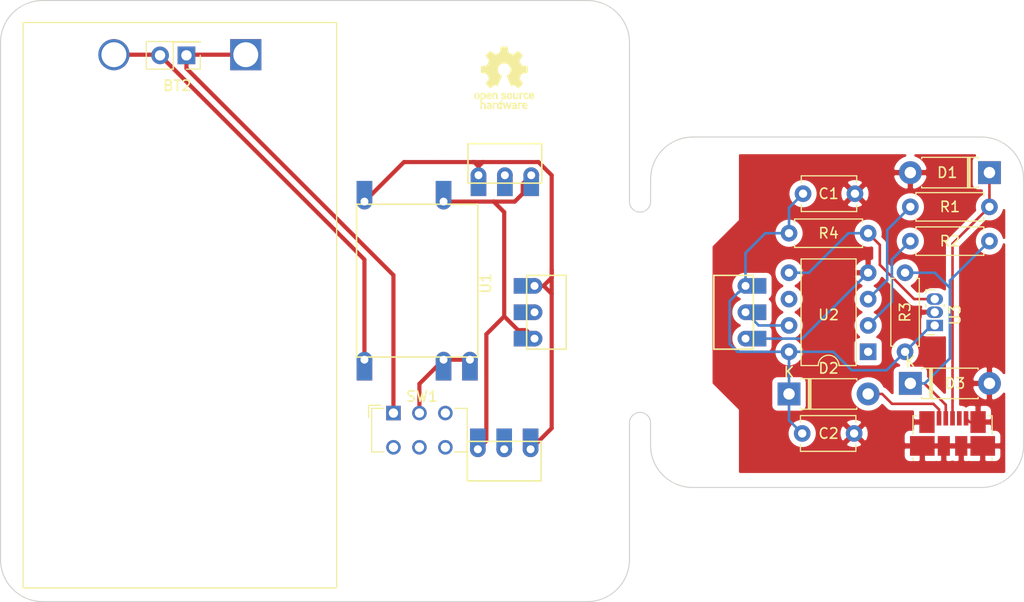
<source format=kicad_pcb>
(kicad_pcb (version 20171130) (host pcbnew 5.1.2)

  (general
    (thickness 1.6)
    (drawings 21)
    (tracks 110)
    (zones 0)
    (modules 32)
    (nets 21)
  )

  (page A4)
  (layers
    (0 F.Cu signal)
    (31 B.Cu signal)
    (32 B.Adhes user)
    (33 F.Adhes user)
    (34 B.Paste user)
    (35 F.Paste user)
    (36 B.SilkS user)
    (37 F.SilkS user)
    (38 B.Mask user)
    (39 F.Mask user)
    (40 Dwgs.User user)
    (41 Cmts.User user)
    (42 Eco1.User user)
    (43 Eco2.User user)
    (44 Edge.Cuts user)
    (45 Margin user)
    (46 B.CrtYd user)
    (47 F.CrtYd user)
    (48 B.Fab user)
    (49 F.Fab user)
  )

  (setup
    (last_trace_width 0.4)
    (user_trace_width 0.4)
    (trace_clearance 0.2)
    (zone_clearance 0.508)
    (zone_45_only no)
    (trace_min 0.2)
    (via_size 0.8)
    (via_drill 0.4)
    (via_min_size 0.4)
    (via_min_drill 0.3)
    (uvia_size 0.3)
    (uvia_drill 0.1)
    (uvias_allowed no)
    (uvia_min_size 0.2)
    (uvia_min_drill 0.1)
    (edge_width 0.1)
    (segment_width 0.2)
    (pcb_text_width 0.3)
    (pcb_text_size 1.5 1.5)
    (mod_edge_width 0.15)
    (mod_text_size 1 1)
    (mod_text_width 0.15)
    (pad_size 1.5 1.5)
    (pad_drill 0.6)
    (pad_to_mask_clearance 0)
    (solder_mask_min_width 0.25)
    (aux_axis_origin 0 0)
    (visible_elements FFFDFF7F)
    (pcbplotparams
      (layerselection 0x010f0_ffffffff)
      (usegerberextensions false)
      (usegerberattributes true)
      (usegerberadvancedattributes false)
      (creategerberjobfile false)
      (excludeedgelayer true)
      (linewidth 0.100000)
      (plotframeref false)
      (viasonmask false)
      (mode 1)
      (useauxorigin false)
      (hpglpennumber 1)
      (hpglpenspeed 20)
      (hpglpendiameter 15.000000)
      (psnegative false)
      (psa4output false)
      (plotreference true)
      (plotvalue true)
      (plotinvisibletext false)
      (padsonsilk false)
      (subtractmaskfromsilk false)
      (outputformat 1)
      (mirror false)
      (drillshape 0)
      (scaleselection 1)
      (outputdirectory "Gerber/"))
  )

  (net 0 "")
  (net 1 "Net-(BT1-Pad1)")
  (net 2 GND)
  (net 3 +5V)
  (net 4 "Net-(D1-Pad1)")
  (net 5 "Net-(D3-Pad1)")
  (net 6 /GND_in)
  (net 7 /VCC_in)
  (net 8 /D_in)
  (net 9 "Net-(J3-Pad4)")
  (net 10 /USB_P)
  (net 11 /USB_M)
  (net 12 "Net-(R4-Pad1)")
  (net 13 "Net-(SW1-Pad2)")
  (net 14 "Net-(U2-Pad1)")
  (net 15 "Net-(U2-Pad6)")
  (net 16 "Net-(J1-Pad2)")
  (net 17 "Net-(J4-Pad2)")
  (net 18 "Net-(J5-Pad2)")
  (net 19 "Net-(D2-Pad2)")
  (net 20 "Net-(BT1-Pad2)")

  (net_class Default "This is the default net class."
    (clearance 0.2)
    (trace_width 0.25)
    (via_dia 0.8)
    (via_drill 0.4)
    (uvia_dia 0.3)
    (uvia_drill 0.1)
    (add_net +5V)
    (add_net /D_in)
    (add_net /GND_in)
    (add_net /USB_M)
    (add_net /USB_P)
    (add_net /VCC_in)
    (add_net GND)
    (add_net "Net-(BT1-Pad1)")
    (add_net "Net-(BT1-Pad2)")
    (add_net "Net-(D1-Pad1)")
    (add_net "Net-(D2-Pad2)")
    (add_net "Net-(D3-Pad1)")
    (add_net "Net-(J1-Pad2)")
    (add_net "Net-(J3-Pad4)")
    (add_net "Net-(J4-Pad2)")
    (add_net "Net-(J5-Pad2)")
    (add_net "Net-(R4-Pad1)")
    (add_net "Net-(SW1-Pad2)")
    (add_net "Net-(U2-Pad1)")
    (add_net "Net-(U2-Pad6)")
  )

  (net_class Power ""
    (clearance 0.2)
    (trace_width 0.5)
    (via_dia 0.8)
    (via_drill 0.4)
    (uvia_dia 0.3)
    (uvia_drill 0.1)
  )

  (module BPOV:S09 (layer F.Cu) (tedit 5CBC1249) (tstamp 5CBD8B50)
    (at 126.492 96.012 270)
    (path /5CBD2AC1)
    (fp_text reference U1 (at 0.254 -6.604 270) (layer F.SilkS)
      (effects (font (size 1 1) (thickness 0.15)))
    )
    (fp_text value S09 (at 0 6.604 270) (layer F.Fab)
      (effects (font (size 1 1) (thickness 0.15)))
    )
    (fp_line (start 7.366 -5.842) (end 7.366 5.842) (layer F.SilkS) (width 0.15))
    (fp_line (start 7.366 5.842) (end -7.366 5.842) (layer F.SilkS) (width 0.15))
    (fp_line (start -7.366 5.842) (end -7.366 -5.842) (layer F.SilkS) (width 0.15))
    (fp_line (start -7.366 -5.842) (end 7.366 -5.842) (layer F.SilkS) (width 0.15))
    (pad 5 thru_hole custom (at 7.62 -5.08 90) (size 1.524 1.524) (drill 0.762) (layers *.Cu *.Mask)
      (net 13 "Net-(SW1-Pad2)") (zone_connect 0)
      (options (clearance outline) (anchor circle))
      (primitives
        (gr_poly (pts
           (xy 0 0.75) (xy -2 0.75) (xy -2 -0.75) (xy 0 -0.75) (xy -0.75 0)
) (width 0))
      ))
    (pad 4 thru_hole custom (at 7.62 -2.54 90) (size 1.524 1.524) (drill 0.762) (layers *.Cu *.Mask)
      (net 13 "Net-(SW1-Pad2)") (zone_connect 0)
      (options (clearance outline) (anchor circle))
      (primitives
        (gr_poly (pts
           (xy 0 0.75) (xy -2 0.75) (xy -2 -0.75) (xy 0 -0.75) (xy -0.75 0)
) (width 0))
      ))
    (pad 3 thru_hole custom (at 7.62 5.08 90) (size 1.524 1.524) (drill 0.762) (layers *.Cu *.Mask)
      (net 20 "Net-(BT1-Pad2)") (zone_connect 0)
      (options (clearance outline) (anchor circle))
      (primitives
        (gr_poly (pts
           (xy 0 0.75) (xy -2 0.75) (xy -2 -0.75) (xy 0 -0.75) (xy -0.75 0)
) (width 0))
      ))
    (pad 1 thru_hole custom (at -7.62 -2.54 270) (size 1.524 1.524) (drill 0.762) (layers *.Cu *.Mask)
      (net 6 /GND_in) (zone_connect 0)
      (options (clearance outline) (anchor circle))
      (primitives
        (gr_poly (pts
           (xy 0 0.75) (xy -2 0.75) (xy -2 -0.75) (xy 0 -0.75) (xy -0.75 0)
) (width 0))
      ))
    (pad 2 thru_hole custom (at -7.62 5.08 270) (size 1.524 1.524) (drill 0.762) (layers *.Cu *.Mask)
      (net 7 /VCC_in) (zone_connect 0)
      (options (clearance outline) (anchor circle))
      (primitives
        (gr_poly (pts
           (xy 0 0.75) (xy -2 0.75) (xy -2 -0.75) (xy 0 -0.75) (xy -0.75 0)
) (width 0))
      ))
  )

  (module MountingHole:MountingHole_5mm (layer F.Cu) (tedit 5CC51A02) (tstamp 5CC52062)
    (at 153.924 110.998)
    (descr "Mounting Hole 5mm, no annular")
    (tags "mounting hole 5mm no annular")
    (attr virtual)
    (fp_text reference REF** (at 0 -6) (layer F.SilkS) hide
      (effects (font (size 1 1) (thickness 0.15)))
    )
    (fp_text value MountingHole_5mm (at 0 6) (layer F.Fab)
      (effects (font (size 1 1) (thickness 0.15)))
    )
    (fp_text user %R (at 0.3 0) (layer F.Fab)
      (effects (font (size 1 1) (thickness 0.15)))
    )
    (fp_circle (center 0 0) (end 5 0) (layer Cmts.User) (width 0.15))
    (fp_circle (center 0 0) (end 5.25 0) (layer F.CrtYd) (width 0.05))
    (pad 1 np_thru_hole circle (at 0 0) (size 5 5) (drill 5) (layers *.Cu *.Mask))
  )

  (module MountingHole:MountingHole_5mm (layer F.Cu) (tedit 5CC51A18) (tstamp 5CC52062)
    (at 153.924 87.122)
    (descr "Mounting Hole 5mm, no annular")
    (tags "mounting hole 5mm no annular")
    (attr virtual)
    (fp_text reference REF** (at 0 -6) (layer F.SilkS) hide
      (effects (font (size 1 1) (thickness 0.15)))
    )
    (fp_text value MountingHole_5mm (at 0 6) (layer F.Fab)
      (effects (font (size 1 1) (thickness 0.15)))
    )
    (fp_text user %R (at 0.3 0) (layer F.Fab)
      (effects (font (size 1 1) (thickness 0.15)))
    )
    (fp_circle (center 0 0) (end 5 0) (layer Cmts.User) (width 0.15))
    (fp_circle (center 0 0) (end 5.25 0) (layer F.CrtYd) (width 0.05))
    (pad 1 np_thru_hole circle (at 0 0) (size 5 5) (drill 5) (layers *.Cu *.Mask))
  )

  (module MountingHole:MountingHole_5mm (layer F.Cu) (tedit 5CC51A1C) (tstamp 5CC52062)
    (at 141.986 116.586)
    (descr "Mounting Hole 5mm, no annular")
    (tags "mounting hole 5mm no annular")
    (attr virtual)
    (fp_text reference REF** (at 0 -6) (layer F.SilkS) hide
      (effects (font (size 1 1) (thickness 0.15)))
    )
    (fp_text value MountingHole_5mm (at 0 6) (layer F.Fab)
      (effects (font (size 1 1) (thickness 0.15)))
    )
    (fp_text user %R (at 0.3 0) (layer F.Fab)
      (effects (font (size 1 1) (thickness 0.15)))
    )
    (fp_circle (center 0 0) (end 5 0) (layer Cmts.User) (width 0.15))
    (fp_circle (center 0 0) (end 5.25 0) (layer F.CrtYd) (width 0.05))
    (pad 1 np_thru_hole circle (at 0 0) (size 5 5) (drill 5) (layers *.Cu *.Mask))
  )

  (module MountingHole:MountingHole_5mm (layer F.Cu) (tedit 5CC51A20) (tstamp 5CC52062)
    (at 128.016 116.586)
    (descr "Mounting Hole 5mm, no annular")
    (tags "mounting hole 5mm no annular")
    (attr virtual)
    (fp_text reference REF** (at 0 -6) (layer F.SilkS) hide
      (effects (font (size 1 1) (thickness 0.15)))
    )
    (fp_text value MountingHole_5mm (at 0 6) (layer F.Fab)
      (effects (font (size 1 1) (thickness 0.15)))
    )
    (fp_text user %R (at 0.3 0) (layer F.Fab)
      (effects (font (size 1 1) (thickness 0.15)))
    )
    (fp_circle (center 0 0) (end 5 0) (layer Cmts.User) (width 0.15))
    (fp_circle (center 0 0) (end 5.25 0) (layer F.CrtYd) (width 0.05))
    (pad 1 np_thru_hole circle (at 0 0) (size 5 5) (drill 5) (layers *.Cu *.Mask))
  )

  (module MountingHole:MountingHole_5mm (layer F.Cu) (tedit 5CC51A24) (tstamp 5CC52062)
    (at 128.016 81.534)
    (descr "Mounting Hole 5mm, no annular")
    (tags "mounting hole 5mm no annular")
    (attr virtual)
    (fp_text reference REF** (at 0 -6) (layer F.SilkS) hide
      (effects (font (size 1 1) (thickness 0.15)))
    )
    (fp_text value MountingHole_5mm (at 0 6) (layer F.Fab)
      (effects (font (size 1 1) (thickness 0.15)))
    )
    (fp_text user %R (at 0.3 0) (layer F.Fab)
      (effects (font (size 1 1) (thickness 0.15)))
    )
    (fp_circle (center 0 0) (end 5 0) (layer Cmts.User) (width 0.15))
    (fp_circle (center 0 0) (end 5.25 0) (layer F.CrtYd) (width 0.05))
    (pad 1 np_thru_hole circle (at 0 0) (size 5 5) (drill 5) (layers *.Cu *.Mask))
  )

  (module "BPOV:WS2812 strip" (layer F.Cu) (tedit 5CC5102C) (tstamp 5CC99284)
    (at 137.795 99.06 180)
    (path /5C8A3928)
    (fp_text reference J1 (at 0 -4.572 180) (layer F.SilkS) hide
      (effects (font (size 1 1) (thickness 0.15)))
    )
    (fp_text value "WS2812 out" (at 0 4.826 180) (layer F.Fab)
      (effects (font (size 1 1) (thickness 0.15)))
    )
    (fp_line (start -3.048 -3.556) (end 0.762 -3.556) (layer F.SilkS) (width 0.15))
    (fp_line (start 0.762 -3.556) (end 0.762 3.556) (layer F.SilkS) (width 0.15))
    (fp_line (start 0.762 3.556) (end -3.048 3.556) (layer F.SilkS) (width 0.15))
    (fp_line (start -3.048 3.556) (end -3.048 -3.556) (layer F.SilkS) (width 0.15))
    (pad 1 thru_hole custom (at 0 -2.54 180) (size 1.524 1.524) (drill 0.762) (layers *.Cu *.Mask)
      (net 6 /GND_in) (zone_connect 0)
      (options (clearance outline) (anchor circle))
      (primitives
        (gr_poly (pts
           (xy 2 -0.75) (xy 0 -0.75) (xy 0.75 0) (xy 0 0.75) (xy 2 0.75)
) (width 0))
      ))
    (pad 2 thru_hole custom (at 0 0 180) (size 1.524 1.524) (drill 0.762) (layers *.Cu *.Mask)
      (net 16 "Net-(J1-Pad2)") (zone_connect 0)
      (options (clearance outline) (anchor circle))
      (primitives
        (gr_poly (pts
           (xy 2 -0.75) (xy 0 -0.75) (xy 0.75 0) (xy 0 0.75) (xy 2 0.75)
) (width 0))
      ))
    (pad 3 thru_hole custom (at 0 2.54 180) (size 1.524 1.524) (drill 0.762) (layers *.Cu *.Mask)
      (net 7 /VCC_in) (zone_connect 0)
      (options (clearance outline) (anchor circle))
      (primitives
        (gr_poly (pts
           (xy 2 -0.75) (xy 0 -0.75) (xy 0.75 0) (xy 0 0.75) (xy 2 0.75)
) (width 0))
      ))
  )

  (module Battery:BatteryHolder_Eagle_12BH611-GR (layer F.Cu) (tedit 5CC51039) (tstamp 5CC991DA)
    (at 109.982 74.2315 90)
    (descr https://eu.mouser.com/datasheet/2/209/EPD-200766-1274481.pdf)
    (tags "9V Battery Holder")
    (path /5C898601)
    (fp_text reference BT1 (at -24.13 -24.13 90) (layer F.SilkS) hide
      (effects (font (size 1 1) (thickness 0.15)))
    )
    (fp_text value Battery (at -24.13 11.43 270) (layer F.Fab)
      (effects (font (size 1 1) (thickness 0.15)))
    )
    (fp_line (start -51.4 -21.45) (end 3.1 -21.45) (layer F.SilkS) (width 0.12))
    (fp_line (start 3.1 -21.45) (end 3.1 8.75) (layer F.SilkS) (width 0.12))
    (fp_line (start 3.1 8.75) (end -51.4 8.75) (layer F.SilkS) (width 0.12))
    (fp_line (start -51.4 8.75) (end -51.4 -21.45) (layer F.SilkS) (width 0.12))
    (fp_text user + (at -7 0 90) (layer F.Fab)
      (effects (font (size 3 3) (thickness 0.45)))
    )
    (fp_text user - (at -7 -12.7 90) (layer F.Fab)
      (effects (font (size 3 3) (thickness 0.45)))
    )
    (fp_line (start -51.9 -21.95) (end 3.6 -21.95) (layer F.CrtYd) (width 0.05))
    (fp_line (start 3.6 -21.95) (end 3.6 9.25) (layer F.CrtYd) (width 0.05))
    (fp_line (start 3.6 9.25) (end -51.9 9.25) (layer F.CrtYd) (width 0.05))
    (fp_line (start -51.9 9.25) (end -51.9 -21.95) (layer F.CrtYd) (width 0.05))
    (fp_line (start 1.85 8.75) (end 1.85 -21.45) (layer F.Fab) (width 0.1))
    (fp_line (start -2 -21.45) (end -2 8.75) (layer F.Fab) (width 0.1))
    (fp_line (start -2 -14.75) (end -4 -14.75) (layer F.Fab) (width 0.1))
    (fp_line (start -4 -14.75) (end -4 -10.65) (layer F.Fab) (width 0.1))
    (fp_line (start -4 -10.65) (end -2 -10.65) (layer F.Fab) (width 0.1))
    (fp_line (start -2 -0.25) (end -4 -0.25) (layer F.Fab) (width 0.1))
    (fp_line (start -4 -2.55) (end -4 2.55) (layer F.Fab) (width 0.1))
    (fp_line (start -4 0.25) (end -2 0.25) (layer F.Fab) (width 0.1))
    (fp_line (start -4 -2.05) (end -2 -2.05) (layer F.Fab) (width 0.1))
    (fp_line (start -2 -2.55) (end -4 -2.55) (layer F.Fab) (width 0.1))
    (fp_line (start -4 2.55) (end -2 2.55) (layer F.Fab) (width 0.1))
    (fp_line (start -2 2.05) (end -4 2.05) (layer F.Fab) (width 0.1))
    (fp_line (start -2 -19.35) (end -27 -19.35) (layer F.Fab) (width 0.1))
    (fp_line (start -27 -19.35) (end -27 -21.45) (layer F.Fab) (width 0.1))
    (fp_line (start -2 6.65) (end -27 6.65) (layer F.Fab) (width 0.1))
    (fp_line (start -27 6.65) (end -27 8.75) (layer F.Fab) (width 0.1))
    (fp_line (start -51.4 -15.35) (end -47 -15.35) (layer F.Fab) (width 0.1))
    (fp_line (start -51.4 2.65) (end -47 2.65) (layer F.Fab) (width 0.1))
    (fp_line (start -50 2.65) (end -50 -15.35) (layer F.Fab) (width 0.1))
    (fp_line (start -49 2.65) (end -49 -15.35) (layer F.Fab) (width 0.1))
    (fp_line (start -48 2.65) (end -48 -15.35) (layer F.Fab) (width 0.1))
    (fp_line (start -47 2.65) (end -47 -15.35) (layer F.Fab) (width 0.1))
    (fp_line (start -51.4 8.75) (end -51.4 -21.45) (layer F.Fab) (width 0.1))
    (fp_line (start -51.4 -21.45) (end 3.1 -21.45) (layer F.Fab) (width 0.1))
    (fp_line (start 3.1 8.75) (end -51.4 8.75) (layer F.Fab) (width 0.1))
    (fp_line (start 3.1 -21.45) (end 3.1 8.75) (layer F.Fab) (width 0.1))
    (fp_text user %R (at -24.13 -6.35 270) (layer F.Fab)
      (effects (font (size 1 1) (thickness 0.15)))
    )
    (pad 2 thru_hole circle (at 0 -12.7 90) (size 3 3) (drill 2.4) (layers *.Cu *.Mask)
      (net 20 "Net-(BT1-Pad2)"))
    (pad 1 thru_hole rect (at 0 0 90) (size 3 3) (drill 2.4) (layers *.Cu *.Mask)
      (net 1 "Net-(BT1-Pad1)"))
    (pad "" np_thru_hole circle (at -10.9 -17.45 90) (size 2.6 2.6) (drill 2.6) (layers *.Cu *.Mask))
    (pad "" np_thru_hole circle (at -38.9 -17.45 90) (size 2.6 2.6) (drill 2.6) (layers *.Cu *.Mask))
    (pad "" np_thru_hole circle (at -24.9 4.75 90) (size 2.6 2.6) (drill 2.6) (layers *.Cu *.Mask))
    (model ${KISYS3DMOD}/Battery.3dshapes/BatteryHolder_Eagle_12BH611-GR.wrl
      (at (xyz 0 0 0))
      (scale (xyz 1 1 1))
      (rotate (xyz 0 0 0))
    )
  )

  (module Connector_PinHeader_2.54mm:PinHeader_2x01_P2.54mm_Vertical (layer F.Cu) (tedit 5CC5100D) (tstamp 5CC991F2)
    (at 104.267 74.295 180)
    (descr "Through hole straight pin header, 2x01, 2.54mm pitch, double rows")
    (tags "Through hole pin header THT 2x01 2.54mm double row")
    (path /5CBAB505)
    (fp_text reference BT2 (at 0.889 -2.921 180) (layer F.SilkS)
      (effects (font (size 1 1) (thickness 0.15)))
    )
    (fp_text value Alt (at 1.27 2.33 180) (layer F.Fab)
      (effects (font (size 1 1) (thickness 0.15)))
    )
    (fp_line (start 0 -1.27) (end 3.81 -1.27) (layer F.Fab) (width 0.1))
    (fp_line (start 3.81 -1.27) (end 3.81 1.27) (layer F.Fab) (width 0.1))
    (fp_line (start 3.81 1.27) (end -1.27 1.27) (layer F.Fab) (width 0.1))
    (fp_line (start -1.27 1.27) (end -1.27 0) (layer F.Fab) (width 0.1))
    (fp_line (start -1.27 0) (end 0 -1.27) (layer F.Fab) (width 0.1))
    (fp_line (start -1.33 1.33) (end 3.87 1.33) (layer F.SilkS) (width 0.12))
    (fp_line (start -1.33 1.27) (end -1.33 1.33) (layer F.SilkS) (width 0.12))
    (fp_line (start 3.87 -1.33) (end 3.87 1.33) (layer F.SilkS) (width 0.12))
    (fp_line (start -1.33 1.27) (end 1.27 1.27) (layer F.SilkS) (width 0.12))
    (fp_line (start 1.27 1.27) (end 1.27 -1.33) (layer F.SilkS) (width 0.12))
    (fp_line (start 1.27 -1.33) (end 3.87 -1.33) (layer F.SilkS) (width 0.12))
    (fp_line (start -1.33 0) (end -1.33 -1.33) (layer F.SilkS) (width 0.12))
    (fp_line (start -1.33 -1.33) (end 0 -1.33) (layer F.SilkS) (width 0.12))
    (fp_line (start -1.8 -1.8) (end -1.8 1.8) (layer F.CrtYd) (width 0.05))
    (fp_line (start -1.8 1.8) (end 4.35 1.8) (layer F.CrtYd) (width 0.05))
    (fp_line (start 4.35 1.8) (end 4.35 -1.8) (layer F.CrtYd) (width 0.05))
    (fp_line (start 4.35 -1.8) (end -1.8 -1.8) (layer F.CrtYd) (width 0.05))
    (fp_text user %R (at 1.27 0 270) (layer F.Fab)
      (effects (font (size 1 1) (thickness 0.15)))
    )
    (pad 1 thru_hole rect (at 0 0 180) (size 1.7 1.7) (drill 1) (layers *.Cu *.Mask)
      (net 1 "Net-(BT1-Pad1)"))
    (pad 2 thru_hole oval (at 2.54 0 180) (size 1.7 1.7) (drill 1) (layers *.Cu *.Mask)
      (net 20 "Net-(BT1-Pad2)"))
    (model ${KISYS3DMOD}/Connector_PinHeader_2.54mm.3dshapes/PinHeader_2x01_P2.54mm_Vertical.wrl
      (at (xyz 0 0 0))
      (scale (xyz 1 1 1))
      (rotate (xyz 0 0 0))
    )
  )

  (module Capacitor_THT:C_Disc_D5.1mm_W3.2mm_P5.00mm (layer F.Cu) (tedit 5AE50EF0) (tstamp 5CC9A0B0)
    (at 168.656 87.63 180)
    (descr "C, Disc series, Radial, pin pitch=5.00mm, , diameter*width=5.1*3.2mm^2, Capacitor, http://www.vishay.com/docs/45233/krseries.pdf")
    (tags "C Disc series Radial pin pitch 5.00mm  diameter 5.1mm width 3.2mm Capacitor")
    (path /5CBA8C40)
    (fp_text reference C1 (at 2.54 0 180) (layer F.SilkS)
      (effects (font (size 1 1) (thickness 0.15)))
    )
    (fp_text value 4.7u (at 2.5 2.85 180) (layer F.Fab)
      (effects (font (size 1 1) (thickness 0.15)))
    )
    (fp_line (start -0.05 -1.6) (end -0.05 1.6) (layer F.Fab) (width 0.1))
    (fp_line (start -0.05 1.6) (end 5.05 1.6) (layer F.Fab) (width 0.1))
    (fp_line (start 5.05 1.6) (end 5.05 -1.6) (layer F.Fab) (width 0.1))
    (fp_line (start 5.05 -1.6) (end -0.05 -1.6) (layer F.Fab) (width 0.1))
    (fp_line (start -0.17 -1.721) (end 5.17 -1.721) (layer F.SilkS) (width 0.12))
    (fp_line (start -0.17 1.721) (end 5.17 1.721) (layer F.SilkS) (width 0.12))
    (fp_line (start -0.17 -1.721) (end -0.17 -1.055) (layer F.SilkS) (width 0.12))
    (fp_line (start -0.17 1.055) (end -0.17 1.721) (layer F.SilkS) (width 0.12))
    (fp_line (start 5.17 -1.721) (end 5.17 -1.055) (layer F.SilkS) (width 0.12))
    (fp_line (start 5.17 1.055) (end 5.17 1.721) (layer F.SilkS) (width 0.12))
    (fp_line (start -1.05 -1.85) (end -1.05 1.85) (layer F.CrtYd) (width 0.05))
    (fp_line (start -1.05 1.85) (end 6.05 1.85) (layer F.CrtYd) (width 0.05))
    (fp_line (start 6.05 1.85) (end 6.05 -1.85) (layer F.CrtYd) (width 0.05))
    (fp_line (start 6.05 -1.85) (end -1.05 -1.85) (layer F.CrtYd) (width 0.05))
    (fp_text user %R (at 2.5 0 180) (layer F.Fab)
      (effects (font (size 1 1) (thickness 0.15)))
    )
    (pad 1 thru_hole circle (at 0 0 180) (size 1.6 1.6) (drill 0.8) (layers *.Cu *.Mask)
      (net 2 GND))
    (pad 2 thru_hole circle (at 5 0 180) (size 1.6 1.6) (drill 0.8) (layers *.Cu *.Mask)
      (net 3 +5V))
    (model ${KISYS3DMOD}/Capacitor_THT.3dshapes/C_Disc_D5.1mm_W3.2mm_P5.00mm.wrl
      (at (xyz 0 0 0))
      (scale (xyz 1 1 1))
      (rotate (xyz 0 0 0))
    )
  )

  (module Capacitor_THT:C_Disc_D5.1mm_W3.2mm_P5.00mm (layer F.Cu) (tedit 5AE50EF0) (tstamp 5CC9921C)
    (at 163.576 110.744)
    (descr "C, Disc series, Radial, pin pitch=5.00mm, , diameter*width=5.1*3.2mm^2, Capacitor, http://www.vishay.com/docs/45233/krseries.pdf")
    (tags "C Disc series Radial pin pitch 5.00mm  diameter 5.1mm width 3.2mm Capacitor")
    (path /5CBA9869)
    (fp_text reference C2 (at 2.54 0) (layer F.SilkS)
      (effects (font (size 1 1) (thickness 0.15)))
    )
    (fp_text value 0.1u (at 2.5 2.85) (layer F.Fab)
      (effects (font (size 1 1) (thickness 0.15)))
    )
    (fp_text user %R (at 2.5 0) (layer F.Fab)
      (effects (font (size 1 1) (thickness 0.15)))
    )
    (fp_line (start 6.05 -1.85) (end -1.05 -1.85) (layer F.CrtYd) (width 0.05))
    (fp_line (start 6.05 1.85) (end 6.05 -1.85) (layer F.CrtYd) (width 0.05))
    (fp_line (start -1.05 1.85) (end 6.05 1.85) (layer F.CrtYd) (width 0.05))
    (fp_line (start -1.05 -1.85) (end -1.05 1.85) (layer F.CrtYd) (width 0.05))
    (fp_line (start 5.17 1.055) (end 5.17 1.721) (layer F.SilkS) (width 0.12))
    (fp_line (start 5.17 -1.721) (end 5.17 -1.055) (layer F.SilkS) (width 0.12))
    (fp_line (start -0.17 1.055) (end -0.17 1.721) (layer F.SilkS) (width 0.12))
    (fp_line (start -0.17 -1.721) (end -0.17 -1.055) (layer F.SilkS) (width 0.12))
    (fp_line (start -0.17 1.721) (end 5.17 1.721) (layer F.SilkS) (width 0.12))
    (fp_line (start -0.17 -1.721) (end 5.17 -1.721) (layer F.SilkS) (width 0.12))
    (fp_line (start 5.05 -1.6) (end -0.05 -1.6) (layer F.Fab) (width 0.1))
    (fp_line (start 5.05 1.6) (end 5.05 -1.6) (layer F.Fab) (width 0.1))
    (fp_line (start -0.05 1.6) (end 5.05 1.6) (layer F.Fab) (width 0.1))
    (fp_line (start -0.05 -1.6) (end -0.05 1.6) (layer F.Fab) (width 0.1))
    (pad 2 thru_hole circle (at 5 0) (size 1.6 1.6) (drill 0.8) (layers *.Cu *.Mask)
      (net 2 GND))
    (pad 1 thru_hole circle (at 0 0) (size 1.6 1.6) (drill 0.8) (layers *.Cu *.Mask)
      (net 3 +5V))
    (model ${KISYS3DMOD}/Capacitor_THT.3dshapes/C_Disc_D5.1mm_W3.2mm_P5.00mm.wrl
      (at (xyz 0 0 0))
      (scale (xyz 1 1 1))
      (rotate (xyz 0 0 0))
    )
  )

  (module Diode_THT:D_DO-41_SOD81_P7.62mm_Horizontal (layer F.Cu) (tedit 5CC510A4) (tstamp 5CC9A98F)
    (at 181.61 85.598 180)
    (descr "Diode, DO-41_SOD81 series, Axial, Horizontal, pin pitch=7.62mm, , length*diameter=5.2*2.7mm^2, , http://www.diodes.com/_files/packages/DO-41%20(Plastic).pdf")
    (tags "Diode DO-41_SOD81 series Axial Horizontal pin pitch 7.62mm  length 5.2mm diameter 2.7mm")
    (path /5CB52F1E)
    (fp_text reference D1 (at 4.064 0 180) (layer F.SilkS)
      (effects (font (size 1 1) (thickness 0.15)))
    )
    (fp_text value "3.6 Zenner" (at 3.81 2.47 180) (layer F.Fab)
      (effects (font (size 1 1) (thickness 0.15)))
    )
    (fp_line (start 1.21 -1.35) (end 1.21 1.35) (layer F.Fab) (width 0.1))
    (fp_line (start 1.21 1.35) (end 6.41 1.35) (layer F.Fab) (width 0.1))
    (fp_line (start 6.41 1.35) (end 6.41 -1.35) (layer F.Fab) (width 0.1))
    (fp_line (start 6.41 -1.35) (end 1.21 -1.35) (layer F.Fab) (width 0.1))
    (fp_line (start 0 0) (end 1.21 0) (layer F.Fab) (width 0.1))
    (fp_line (start 7.62 0) (end 6.41 0) (layer F.Fab) (width 0.1))
    (fp_line (start 1.99 -1.35) (end 1.99 1.35) (layer F.Fab) (width 0.1))
    (fp_line (start 2.09 -1.35) (end 2.09 1.35) (layer F.Fab) (width 0.1))
    (fp_line (start 1.89 -1.35) (end 1.89 1.35) (layer F.Fab) (width 0.1))
    (fp_line (start 1.09 -1.34) (end 1.09 -1.47) (layer F.SilkS) (width 0.12))
    (fp_line (start 1.09 -1.47) (end 6.53 -1.47) (layer F.SilkS) (width 0.12))
    (fp_line (start 6.53 -1.47) (end 6.53 -1.34) (layer F.SilkS) (width 0.12))
    (fp_line (start 1.09 1.34) (end 1.09 1.47) (layer F.SilkS) (width 0.12))
    (fp_line (start 1.09 1.47) (end 6.53 1.47) (layer F.SilkS) (width 0.12))
    (fp_line (start 6.53 1.47) (end 6.53 1.34) (layer F.SilkS) (width 0.12))
    (fp_line (start 1.99 -1.47) (end 1.99 1.47) (layer F.SilkS) (width 0.12))
    (fp_line (start 2.11 -1.47) (end 2.11 1.47) (layer F.SilkS) (width 0.12))
    (fp_line (start 1.87 -1.47) (end 1.87 1.47) (layer F.SilkS) (width 0.12))
    (fp_line (start -1.35 -1.6) (end -1.35 1.6) (layer F.CrtYd) (width 0.05))
    (fp_line (start -1.35 1.6) (end 8.97 1.6) (layer F.CrtYd) (width 0.05))
    (fp_line (start 8.97 1.6) (end 8.97 -1.6) (layer F.CrtYd) (width 0.05))
    (fp_line (start 8.97 -1.6) (end -1.35 -1.6) (layer F.CrtYd) (width 0.05))
    (fp_text user %R (at 4.2 0 180) (layer F.Fab)
      (effects (font (size 1 1) (thickness 0.15)))
    )
    (fp_text user K (at 0 -2.1 180) (layer F.Fab)
      (effects (font (size 1 1) (thickness 0.15)))
    )
    (fp_text user K (at 0 -2.1 180) (layer F.SilkS) hide
      (effects (font (size 1 1) (thickness 0.15)))
    )
    (pad 1 thru_hole rect (at 0 0 180) (size 2.2 2.2) (drill 1.1) (layers *.Cu *.Mask)
      (net 4 "Net-(D1-Pad1)"))
    (pad 2 thru_hole oval (at 7.62 0 180) (size 2.2 2.2) (drill 1.1) (layers *.Cu *.Mask)
      (net 2 GND))
    (model ${KISYS3DMOD}/Diode_THT.3dshapes/D_DO-41_SOD81_P7.62mm_Horizontal.wrl
      (at (xyz 0 0 0))
      (scale (xyz 1 1 1))
      (rotate (xyz 0 0 0))
    )
  )

  (module Diode_THT:D_DO-41_SOD81_P7.62mm_Horizontal (layer F.Cu) (tedit 5AE50CD5) (tstamp 5CC9A605)
    (at 173.99 105.918)
    (descr "Diode, DO-41_SOD81 series, Axial, Horizontal, pin pitch=7.62mm, , length*diameter=5.2*2.7mm^2, , http://www.diodes.com/_files/packages/DO-41%20(Plastic).pdf")
    (tags "Diode DO-41_SOD81 series Axial Horizontal pin pitch 7.62mm  length 5.2mm diameter 2.7mm")
    (path /5CB52E22)
    (fp_text reference D3 (at 4.318 0) (layer F.SilkS)
      (effects (font (size 1 1) (thickness 0.15)))
    )
    (fp_text value "3.6 Zenner" (at 3.81 2.47) (layer F.Fab)
      (effects (font (size 1 1) (thickness 0.15)))
    )
    (fp_text user K (at 0 -2.1) (layer F.SilkS)
      (effects (font (size 1 1) (thickness 0.15)))
    )
    (fp_text user K (at 0 -2.1) (layer F.Fab)
      (effects (font (size 1 1) (thickness 0.15)))
    )
    (fp_text user %R (at 4.2 0) (layer F.Fab)
      (effects (font (size 1 1) (thickness 0.15)))
    )
    (fp_line (start 8.97 -1.6) (end -1.35 -1.6) (layer F.CrtYd) (width 0.05))
    (fp_line (start 8.97 1.6) (end 8.97 -1.6) (layer F.CrtYd) (width 0.05))
    (fp_line (start -1.35 1.6) (end 8.97 1.6) (layer F.CrtYd) (width 0.05))
    (fp_line (start -1.35 -1.6) (end -1.35 1.6) (layer F.CrtYd) (width 0.05))
    (fp_line (start 1.87 -1.47) (end 1.87 1.47) (layer F.SilkS) (width 0.12))
    (fp_line (start 2.11 -1.47) (end 2.11 1.47) (layer F.SilkS) (width 0.12))
    (fp_line (start 1.99 -1.47) (end 1.99 1.47) (layer F.SilkS) (width 0.12))
    (fp_line (start 6.53 1.47) (end 6.53 1.34) (layer F.SilkS) (width 0.12))
    (fp_line (start 1.09 1.47) (end 6.53 1.47) (layer F.SilkS) (width 0.12))
    (fp_line (start 1.09 1.34) (end 1.09 1.47) (layer F.SilkS) (width 0.12))
    (fp_line (start 6.53 -1.47) (end 6.53 -1.34) (layer F.SilkS) (width 0.12))
    (fp_line (start 1.09 -1.47) (end 6.53 -1.47) (layer F.SilkS) (width 0.12))
    (fp_line (start 1.09 -1.34) (end 1.09 -1.47) (layer F.SilkS) (width 0.12))
    (fp_line (start 1.89 -1.35) (end 1.89 1.35) (layer F.Fab) (width 0.1))
    (fp_line (start 2.09 -1.35) (end 2.09 1.35) (layer F.Fab) (width 0.1))
    (fp_line (start 1.99 -1.35) (end 1.99 1.35) (layer F.Fab) (width 0.1))
    (fp_line (start 7.62 0) (end 6.41 0) (layer F.Fab) (width 0.1))
    (fp_line (start 0 0) (end 1.21 0) (layer F.Fab) (width 0.1))
    (fp_line (start 6.41 -1.35) (end 1.21 -1.35) (layer F.Fab) (width 0.1))
    (fp_line (start 6.41 1.35) (end 6.41 -1.35) (layer F.Fab) (width 0.1))
    (fp_line (start 1.21 1.35) (end 6.41 1.35) (layer F.Fab) (width 0.1))
    (fp_line (start 1.21 -1.35) (end 1.21 1.35) (layer F.Fab) (width 0.1))
    (pad 2 thru_hole oval (at 7.62 0) (size 2.2 2.2) (drill 1.1) (layers *.Cu *.Mask)
      (net 2 GND))
    (pad 1 thru_hole rect (at 0 0) (size 2.2 2.2) (drill 1.1) (layers *.Cu *.Mask)
      (net 5 "Net-(D3-Pad1)"))
    (model ${KISYS3DMOD}/Diode_THT.3dshapes/D_DO-41_SOD81_P7.62mm_Horizontal.wrl
      (at (xyz 0 0 0))
      (scale (xyz 1 1 1))
      (rotate (xyz 0 0 0))
    )
  )

  (module "BPOV:WS2812 strip" (layer F.Cu) (tedit 5CC51044) (tstamp 5CC9BECC)
    (at 158.115 99.06)
    (path /5C898A03)
    (fp_text reference J2 (at 0 -4.572 90) (layer F.SilkS) hide
      (effects (font (size 1 1) (thickness 0.15)))
    )
    (fp_text value "WS2812 in" (at 0 4.826) (layer F.Fab)
      (effects (font (size 1 1) (thickness 0.15)))
    )
    (fp_line (start -3.048 3.556) (end -3.048 -3.556) (layer F.SilkS) (width 0.15))
    (fp_line (start 0.762 3.556) (end -3.048 3.556) (layer F.SilkS) (width 0.15))
    (fp_line (start 0.762 -3.556) (end 0.762 3.556) (layer F.SilkS) (width 0.15))
    (fp_line (start -3.048 -3.556) (end 0.762 -3.556) (layer F.SilkS) (width 0.15))
    (pad 3 thru_hole custom (at 0 2.54) (size 1.524 1.524) (drill 0.762) (layers *.Cu *.Mask)
      (net 2 GND) (zone_connect 0)
      (options (clearance outline) (anchor circle))
      (primitives
        (gr_poly (pts
           (xy 2 -0.75) (xy 0 -0.75) (xy 0.75 0) (xy 0 0.75) (xy 2 0.75)
) (width 0))
      ))
    (pad 2 thru_hole custom (at 0 0) (size 1.524 1.524) (drill 0.762) (layers *.Cu *.Mask)
      (net 8 /D_in) (zone_connect 0)
      (options (clearance outline) (anchor circle))
      (primitives
        (gr_poly (pts
           (xy 2 -0.75) (xy 0 -0.75) (xy 0.75 0) (xy 0 0.75) (xy 2 0.75)
) (width 0))
      ))
    (pad 1 thru_hole custom (at 0 -2.54) (size 1.524 1.524) (drill 0.762) (layers *.Cu *.Mask)
      (net 3 +5V) (zone_connect 0)
      (options (clearance outline) (anchor circle))
      (primitives
        (gr_poly (pts
           (xy 2 -0.75) (xy 0 -0.75) (xy 0.75 0) (xy 0 0.75) (xy 2 0.75)
) (width 0))
      ))
  )

  (module Connector_USB:USB_Micro-B_Molex_47346-0001 (layer F.Cu) (tedit 5CC51087) (tstamp 5CC992AF)
    (at 178.054 110.744)
    (descr "Micro USB B receptable with flange, bottom-mount, SMD, right-angle (http://www.molex.com/pdm_docs/sd/473460001_sd.pdf)")
    (tags "Micro B USB SMD")
    (path /5C904681)
    (attr smd)
    (fp_text reference J3 (at -5.334 -0.254 180) (layer F.SilkS) hide
      (effects (font (size 1 1) (thickness 0.15)))
    )
    (fp_text value "Micro usb" (at 0 4.6 180) (layer F.Fab)
      (effects (font (size 1 1) (thickness 0.15)))
    )
    (fp_text user "PCB Edge" (at 0 2.67 180) (layer Dwgs.User)
      (effects (font (size 0.4 0.4) (thickness 0.04)))
    )
    (fp_text user %R (at 0 1.2) (layer F.Fab)
      (effects (font (size 1 1) (thickness 0.15)))
    )
    (fp_line (start 3.81 -1.71) (end 3.43 -1.71) (layer F.SilkS) (width 0.12))
    (fp_line (start 4.6 3.9) (end -4.6 3.9) (layer F.CrtYd) (width 0.05))
    (fp_line (start 4.6 -2.7) (end 4.6 3.9) (layer F.CrtYd) (width 0.05))
    (fp_line (start -4.6 -2.7) (end 4.6 -2.7) (layer F.CrtYd) (width 0.05))
    (fp_line (start -4.6 3.9) (end -4.6 -2.7) (layer F.CrtYd) (width 0.05))
    (fp_line (start 3.75 3.35) (end -3.75 3.35) (layer F.Fab) (width 0.1))
    (fp_line (start 3.75 -1.65) (end 3.75 3.35) (layer F.Fab) (width 0.1))
    (fp_line (start -3.75 -1.65) (end 3.75 -1.65) (layer F.Fab) (width 0.1))
    (fp_line (start -3.75 3.35) (end -3.75 -1.65) (layer F.Fab) (width 0.1))
    (fp_line (start 3.81 2.34) (end 3.81 2.6) (layer F.SilkS) (width 0.12))
    (fp_line (start 3.81 -1.71) (end 3.81 0.06) (layer F.SilkS) (width 0.12))
    (fp_line (start -3.81 -1.71) (end -3.43 -1.71) (layer F.SilkS) (width 0.12))
    (fp_line (start -3.81 0.06) (end -3.81 -1.71) (layer F.SilkS) (width 0.12))
    (fp_line (start -3.81 2.6) (end -3.81 2.34) (layer F.SilkS) (width 0.12))
    (fp_line (start -3.25 2.65) (end 3.25 2.65) (layer F.Fab) (width 0.1))
    (pad 1 smd rect (at -1.3 -1.46) (size 0.45 1.38) (layers F.Cu F.Paste F.Mask)
      (net 19 "Net-(D2-Pad2)"))
    (pad 2 smd rect (at -0.65 -1.46) (size 0.45 1.38) (layers F.Cu F.Paste F.Mask)
      (net 5 "Net-(D3-Pad1)"))
    (pad 3 smd rect (at 0 -1.46) (size 0.45 1.38) (layers F.Cu F.Paste F.Mask)
      (net 4 "Net-(D1-Pad1)"))
    (pad 4 smd rect (at 0.65 -1.46) (size 0.45 1.38) (layers F.Cu F.Paste F.Mask)
      (net 9 "Net-(J3-Pad4)"))
    (pad 5 smd rect (at 1.3 -1.46) (size 0.45 1.38) (layers F.Cu F.Paste F.Mask)
      (net 2 GND))
    (pad 6 smd rect (at -2.4625 -1.1) (size 1.475 2.1) (layers F.Cu F.Paste F.Mask)
      (net 2 GND))
    (pad 6 smd rect (at 2.4625 -1.1) (size 1.475 2.1) (layers F.Cu F.Paste F.Mask)
      (net 2 GND))
    (pad 6 smd rect (at -2.91 1.2) (size 2.375 1.9) (layers F.Cu F.Paste F.Mask)
      (net 2 GND))
    (pad 6 smd rect (at 2.91 1.2) (size 2.375 1.9) (layers F.Cu F.Paste F.Mask)
      (net 2 GND))
    (pad 6 smd rect (at -0.84 1.2) (size 1.175 1.9) (layers F.Cu F.Paste F.Mask)
      (net 2 GND))
    (pad 6 smd rect (at 0.84 1.2) (size 1.175 1.9) (layers F.Cu F.Paste F.Mask)
      (net 2 GND))
    (model ${KISYS3DMOD}/Connector_USB.3dshapes/USB_Micro-B_Molex_47346-0001.wrl
      (at (xyz 0 0 0))
      (scale (xyz 1 1 1))
      (rotate (xyz 0 0 0))
    )
  )

  (module Resistor_THT:R_Axial_DIN0207_L6.3mm_D2.5mm_P7.62mm_Horizontal (layer F.Cu) (tedit 5AE5139B) (tstamp 5CC9AB75)
    (at 181.61 88.9 180)
    (descr "Resistor, Axial_DIN0207 series, Axial, Horizontal, pin pitch=7.62mm, 0.25W = 1/4W, length*diameter=6.3*2.5mm^2, http://cdn-reichelt.de/documents/datenblatt/B400/1_4W%23YAG.pdf")
    (tags "Resistor Axial_DIN0207 series Axial Horizontal pin pitch 7.62mm 0.25W = 1/4W length 6.3mm diameter 2.5mm")
    (path /5CB54B0C)
    (fp_text reference R1 (at 3.81 0 180) (layer F.SilkS)
      (effects (font (size 1 1) (thickness 0.15)))
    )
    (fp_text value 68R (at 3.81 2.37 180) (layer F.Fab)
      (effects (font (size 1 1) (thickness 0.15)))
    )
    (fp_line (start 0.66 -1.25) (end 0.66 1.25) (layer F.Fab) (width 0.1))
    (fp_line (start 0.66 1.25) (end 6.96 1.25) (layer F.Fab) (width 0.1))
    (fp_line (start 6.96 1.25) (end 6.96 -1.25) (layer F.Fab) (width 0.1))
    (fp_line (start 6.96 -1.25) (end 0.66 -1.25) (layer F.Fab) (width 0.1))
    (fp_line (start 0 0) (end 0.66 0) (layer F.Fab) (width 0.1))
    (fp_line (start 7.62 0) (end 6.96 0) (layer F.Fab) (width 0.1))
    (fp_line (start 0.54 -1.04) (end 0.54 -1.37) (layer F.SilkS) (width 0.12))
    (fp_line (start 0.54 -1.37) (end 7.08 -1.37) (layer F.SilkS) (width 0.12))
    (fp_line (start 7.08 -1.37) (end 7.08 -1.04) (layer F.SilkS) (width 0.12))
    (fp_line (start 0.54 1.04) (end 0.54 1.37) (layer F.SilkS) (width 0.12))
    (fp_line (start 0.54 1.37) (end 7.08 1.37) (layer F.SilkS) (width 0.12))
    (fp_line (start 7.08 1.37) (end 7.08 1.04) (layer F.SilkS) (width 0.12))
    (fp_line (start -1.05 -1.5) (end -1.05 1.5) (layer F.CrtYd) (width 0.05))
    (fp_line (start -1.05 1.5) (end 8.67 1.5) (layer F.CrtYd) (width 0.05))
    (fp_line (start 8.67 1.5) (end 8.67 -1.5) (layer F.CrtYd) (width 0.05))
    (fp_line (start 8.67 -1.5) (end -1.05 -1.5) (layer F.CrtYd) (width 0.05))
    (fp_text user %R (at 3.81 0 180) (layer F.Fab)
      (effects (font (size 1 1) (thickness 0.15)))
    )
    (pad 1 thru_hole circle (at 0 0 180) (size 1.6 1.6) (drill 0.8) (layers *.Cu *.Mask)
      (net 4 "Net-(D1-Pad1)"))
    (pad 2 thru_hole oval (at 7.62 0 180) (size 1.6 1.6) (drill 0.8) (layers *.Cu *.Mask)
      (net 10 /USB_P))
    (model ${KISYS3DMOD}/Resistor_THT.3dshapes/R_Axial_DIN0207_L6.3mm_D2.5mm_P7.62mm_Horizontal.wrl
      (at (xyz 0 0 0))
      (scale (xyz 1 1 1))
      (rotate (xyz 0 0 0))
    )
  )

  (module Resistor_THT:R_Axial_DIN0207_L6.3mm_D2.5mm_P7.62mm_Horizontal (layer F.Cu) (tedit 5AE5139B) (tstamp 5CC9B8E4)
    (at 181.61 92.202 180)
    (descr "Resistor, Axial_DIN0207 series, Axial, Horizontal, pin pitch=7.62mm, 0.25W = 1/4W, length*diameter=6.3*2.5mm^2, http://cdn-reichelt.de/documents/datenblatt/B400/1_4W%23YAG.pdf")
    (tags "Resistor Axial_DIN0207 series Axial Horizontal pin pitch 7.62mm 0.25W = 1/4W length 6.3mm diameter 2.5mm")
    (path /5CB53CD7)
    (fp_text reference R2 (at 3.81 0 180) (layer F.SilkS)
      (effects (font (size 1 1) (thickness 0.15)))
    )
    (fp_text value 68R (at 3.81 2.37 180) (layer F.Fab)
      (effects (font (size 1 1) (thickness 0.15)))
    )
    (fp_text user %R (at 3.81 0 180) (layer F.Fab)
      (effects (font (size 1 1) (thickness 0.15)))
    )
    (fp_line (start 8.67 -1.5) (end -1.05 -1.5) (layer F.CrtYd) (width 0.05))
    (fp_line (start 8.67 1.5) (end 8.67 -1.5) (layer F.CrtYd) (width 0.05))
    (fp_line (start -1.05 1.5) (end 8.67 1.5) (layer F.CrtYd) (width 0.05))
    (fp_line (start -1.05 -1.5) (end -1.05 1.5) (layer F.CrtYd) (width 0.05))
    (fp_line (start 7.08 1.37) (end 7.08 1.04) (layer F.SilkS) (width 0.12))
    (fp_line (start 0.54 1.37) (end 7.08 1.37) (layer F.SilkS) (width 0.12))
    (fp_line (start 0.54 1.04) (end 0.54 1.37) (layer F.SilkS) (width 0.12))
    (fp_line (start 7.08 -1.37) (end 7.08 -1.04) (layer F.SilkS) (width 0.12))
    (fp_line (start 0.54 -1.37) (end 7.08 -1.37) (layer F.SilkS) (width 0.12))
    (fp_line (start 0.54 -1.04) (end 0.54 -1.37) (layer F.SilkS) (width 0.12))
    (fp_line (start 7.62 0) (end 6.96 0) (layer F.Fab) (width 0.1))
    (fp_line (start 0 0) (end 0.66 0) (layer F.Fab) (width 0.1))
    (fp_line (start 6.96 -1.25) (end 0.66 -1.25) (layer F.Fab) (width 0.1))
    (fp_line (start 6.96 1.25) (end 6.96 -1.25) (layer F.Fab) (width 0.1))
    (fp_line (start 0.66 1.25) (end 6.96 1.25) (layer F.Fab) (width 0.1))
    (fp_line (start 0.66 -1.25) (end 0.66 1.25) (layer F.Fab) (width 0.1))
    (pad 2 thru_hole oval (at 7.62 0 180) (size 1.6 1.6) (drill 0.8) (layers *.Cu *.Mask)
      (net 11 /USB_M))
    (pad 1 thru_hole circle (at 0 0 180) (size 1.6 1.6) (drill 0.8) (layers *.Cu *.Mask)
      (net 5 "Net-(D3-Pad1)"))
    (model ${KISYS3DMOD}/Resistor_THT.3dshapes/R_Axial_DIN0207_L6.3mm_D2.5mm_P7.62mm_Horizontal.wrl
      (at (xyz 0 0 0))
      (scale (xyz 1 1 1))
      (rotate (xyz 0 0 0))
    )
  )

  (module Resistor_THT:R_Axial_DIN0207_L6.3mm_D2.5mm_P7.62mm_Horizontal (layer F.Cu) (tedit 5AE5139B) (tstamp 5CC9BAE3)
    (at 173.482 95.25 270)
    (descr "Resistor, Axial_DIN0207 series, Axial, Horizontal, pin pitch=7.62mm, 0.25W = 1/4W, length*diameter=6.3*2.5mm^2, http://cdn-reichelt.de/documents/datenblatt/B400/1_4W%23YAG.pdf")
    (tags "Resistor Axial_DIN0207 series Axial Horizontal pin pitch 7.62mm 0.25W = 1/4W length 6.3mm diameter 2.5mm")
    (path /5CB53D7D)
    (fp_text reference R3 (at 3.81 0 270) (layer F.SilkS)
      (effects (font (size 1 1) (thickness 0.15)))
    )
    (fp_text value 1K5 (at 3.81 2.37 270) (layer F.Fab)
      (effects (font (size 1 1) (thickness 0.15)))
    )
    (fp_text user %R (at 3.81 0 270) (layer F.Fab)
      (effects (font (size 1 1) (thickness 0.15)))
    )
    (fp_line (start 8.67 -1.5) (end -1.05 -1.5) (layer F.CrtYd) (width 0.05))
    (fp_line (start 8.67 1.5) (end 8.67 -1.5) (layer F.CrtYd) (width 0.05))
    (fp_line (start -1.05 1.5) (end 8.67 1.5) (layer F.CrtYd) (width 0.05))
    (fp_line (start -1.05 -1.5) (end -1.05 1.5) (layer F.CrtYd) (width 0.05))
    (fp_line (start 7.08 1.37) (end 7.08 1.04) (layer F.SilkS) (width 0.12))
    (fp_line (start 0.54 1.37) (end 7.08 1.37) (layer F.SilkS) (width 0.12))
    (fp_line (start 0.54 1.04) (end 0.54 1.37) (layer F.SilkS) (width 0.12))
    (fp_line (start 7.08 -1.37) (end 7.08 -1.04) (layer F.SilkS) (width 0.12))
    (fp_line (start 0.54 -1.37) (end 7.08 -1.37) (layer F.SilkS) (width 0.12))
    (fp_line (start 0.54 -1.04) (end 0.54 -1.37) (layer F.SilkS) (width 0.12))
    (fp_line (start 7.62 0) (end 6.96 0) (layer F.Fab) (width 0.1))
    (fp_line (start 0 0) (end 0.66 0) (layer F.Fab) (width 0.1))
    (fp_line (start 6.96 -1.25) (end 0.66 -1.25) (layer F.Fab) (width 0.1))
    (fp_line (start 6.96 1.25) (end 6.96 -1.25) (layer F.Fab) (width 0.1))
    (fp_line (start 0.66 1.25) (end 6.96 1.25) (layer F.Fab) (width 0.1))
    (fp_line (start 0.66 -1.25) (end 0.66 1.25) (layer F.Fab) (width 0.1))
    (pad 2 thru_hole oval (at 7.62 0 270) (size 1.6 1.6) (drill 0.8) (layers *.Cu *.Mask)
      (net 3 +5V))
    (pad 1 thru_hole circle (at 0 0 270) (size 1.6 1.6) (drill 0.8) (layers *.Cu *.Mask)
      (net 5 "Net-(D3-Pad1)"))
    (model ${KISYS3DMOD}/Resistor_THT.3dshapes/R_Axial_DIN0207_L6.3mm_D2.5mm_P7.62mm_Horizontal.wrl
      (at (xyz 0 0 0))
      (scale (xyz 1 1 1))
      (rotate (xyz 0 0 0))
    )
  )

  (module Resistor_THT:R_Axial_DIN0207_L6.3mm_D2.5mm_P7.62mm_Horizontal (layer F.Cu) (tedit 5AE5139B) (tstamp 5CC5487D)
    (at 169.926 91.44 180)
    (descr "Resistor, Axial_DIN0207 series, Axial, Horizontal, pin pitch=7.62mm, 0.25W = 1/4W, length*diameter=6.3*2.5mm^2, http://cdn-reichelt.de/documents/datenblatt/B400/1_4W%23YAG.pdf")
    (tags "Resistor Axial_DIN0207 series Axial Horizontal pin pitch 7.62mm 0.25W = 1/4W length 6.3mm diameter 2.5mm")
    (path /5C8A4217)
    (fp_text reference R4 (at 3.81 0 180) (layer F.SilkS)
      (effects (font (size 1 1) (thickness 0.15)))
    )
    (fp_text value 10K (at 3.81 2.37 180) (layer F.Fab)
      (effects (font (size 1 1) (thickness 0.15)))
    )
    (fp_text user %R (at 3.81 0 180) (layer F.Fab)
      (effects (font (size 1 1) (thickness 0.15)))
    )
    (fp_line (start 8.67 -1.5) (end -1.05 -1.5) (layer F.CrtYd) (width 0.05))
    (fp_line (start 8.67 1.5) (end 8.67 -1.5) (layer F.CrtYd) (width 0.05))
    (fp_line (start -1.05 1.5) (end 8.67 1.5) (layer F.CrtYd) (width 0.05))
    (fp_line (start -1.05 -1.5) (end -1.05 1.5) (layer F.CrtYd) (width 0.05))
    (fp_line (start 7.08 1.37) (end 7.08 1.04) (layer F.SilkS) (width 0.12))
    (fp_line (start 0.54 1.37) (end 7.08 1.37) (layer F.SilkS) (width 0.12))
    (fp_line (start 0.54 1.04) (end 0.54 1.37) (layer F.SilkS) (width 0.12))
    (fp_line (start 7.08 -1.37) (end 7.08 -1.04) (layer F.SilkS) (width 0.12))
    (fp_line (start 0.54 -1.37) (end 7.08 -1.37) (layer F.SilkS) (width 0.12))
    (fp_line (start 0.54 -1.04) (end 0.54 -1.37) (layer F.SilkS) (width 0.12))
    (fp_line (start 7.62 0) (end 6.96 0) (layer F.Fab) (width 0.1))
    (fp_line (start 0 0) (end 0.66 0) (layer F.Fab) (width 0.1))
    (fp_line (start 6.96 -1.25) (end 0.66 -1.25) (layer F.Fab) (width 0.1))
    (fp_line (start 6.96 1.25) (end 6.96 -1.25) (layer F.Fab) (width 0.1))
    (fp_line (start 0.66 1.25) (end 6.96 1.25) (layer F.Fab) (width 0.1))
    (fp_line (start 0.66 -1.25) (end 0.66 1.25) (layer F.Fab) (width 0.1))
    (pad 2 thru_hole oval (at 7.62 0 180) (size 1.6 1.6) (drill 0.8) (layers *.Cu *.Mask)
      (net 3 +5V))
    (pad 1 thru_hole circle (at 0 0 180) (size 1.6 1.6) (drill 0.8) (layers *.Cu *.Mask)
      (net 12 "Net-(R4-Pad1)"))
    (model ${KISYS3DMOD}/Resistor_THT.3dshapes/R_Axial_DIN0207_L6.3mm_D2.5mm_P7.62mm_Horizontal.wrl
      (at (xyz 0 0 0))
      (scale (xyz 1 1 1))
      (rotate (xyz 0 0 0))
    )
  )

  (module Button_Switch_THT:SW_CuK_JS202011CQN_DPDT_Straight (layer F.Cu) (tedit 5A02FE31) (tstamp 5CC99327)
    (at 124.206 108.7755)
    (descr "CuK sub miniature slide switch, JS series, DPDT, right angle, http://www.ckswitches.com/media/1422/js.pdf")
    (tags "switch DPDT")
    (path /5C8CAF4F)
    (fp_text reference SW1 (at 2.75 -1.6) (layer F.SilkS)
      (effects (font (size 1 1) (thickness 0.15)))
    )
    (fp_text value "Power switch" (at 3 5) (layer F.Fab)
      (effects (font (size 1 1) (thickness 0.15)))
    )
    (fp_line (start -1 -0.35) (end -2 0.65) (layer F.Fab) (width 0.1))
    (fp_line (start -2.25 4.25) (end -2.25 -0.95) (layer F.CrtYd) (width 0.05))
    (fp_line (start 7.25 4.25) (end -2.25 4.25) (layer F.CrtYd) (width 0.05))
    (fp_line (start 7.25 -0.95) (end 7.25 4.25) (layer F.CrtYd) (width 0.05))
    (fp_line (start -2.25 -0.95) (end 7.25 -0.95) (layer F.CrtYd) (width 0.05))
    (fp_line (start -2.4 -0.75) (end -2.4 0.45) (layer F.SilkS) (width 0.12))
    (fp_line (start -1.2 -0.75) (end -2.4 -0.75) (layer F.SilkS) (width 0.12))
    (fp_line (start 7.1 3.75) (end 5.9 3.75) (layer F.SilkS) (width 0.12))
    (fp_line (start 7.1 -0.45) (end 7.1 3.75) (layer F.SilkS) (width 0.12))
    (fp_line (start 5.9 -0.45) (end 7.1 -0.45) (layer F.SilkS) (width 0.12))
    (fp_line (start -2.1 3.75) (end -0.9 3.75) (layer F.SilkS) (width 0.12))
    (fp_line (start -2.1 -0.45) (end -2.1 3.75) (layer F.SilkS) (width 0.12))
    (fp_line (start -0.9 -0.45) (end -2.1 -0.45) (layer F.SilkS) (width 0.12))
    (fp_text user %R (at 2 1.65) (layer F.Fab)
      (effects (font (size 1 1) (thickness 0.15)))
    )
    (fp_line (start -2 3.65) (end -2 0.65) (layer F.Fab) (width 0.1))
    (fp_line (start 7 3.65) (end -2 3.65) (layer F.Fab) (width 0.1))
    (fp_line (start 7 -0.35) (end 7 3.65) (layer F.Fab) (width 0.1))
    (fp_line (start -1 -0.35) (end 7 -0.35) (layer F.Fab) (width 0.1))
    (pad 1 thru_hole rect (at 0 0) (size 1.4 1.4) (drill 0.9) (layers *.Cu *.Mask)
      (net 1 "Net-(BT1-Pad1)"))
    (pad 2 thru_hole circle (at 2.5 0) (size 1.4 1.4) (drill 0.9) (layers *.Cu *.Mask)
      (net 13 "Net-(SW1-Pad2)"))
    (pad 3 thru_hole circle (at 5 0) (size 1.4 1.4) (drill 0.9) (layers *.Cu *.Mask))
    (pad 4 thru_hole circle (at 0 3.3) (size 1.4 1.4) (drill 0.9) (layers *.Cu *.Mask))
    (pad 5 thru_hole circle (at 2.5 3.3) (size 1.4 1.4) (drill 0.9) (layers *.Cu *.Mask))
    (pad 6 thru_hole circle (at 5 3.3) (size 1.4 1.4) (drill 0.9) (layers *.Cu *.Mask))
    (model ${KISYS3DMOD}/Button_Switch_THT.3dshapes/SW_CuK_JS202011CQN_DPDT_Straight.wrl
      (at (xyz 0 0 0))
      (scale (xyz 1 1 1))
      (rotate (xyz 0 0 0))
    )
  )

  (module Package_DIP:DIP-8_W7.62mm (layer F.Cu) (tedit 5A02E8C5) (tstamp 5CC9BF32)
    (at 169.926 102.87 180)
    (descr "8-lead though-hole mounted DIP package, row spacing 7.62 mm (300 mils)")
    (tags "THT DIP DIL PDIP 2.54mm 7.62mm 300mil")
    (path /5CBD2CEA)
    (fp_text reference U2 (at 3.81 3.556 180) (layer F.SilkS)
      (effects (font (size 1 1) (thickness 0.15)))
    )
    (fp_text value ATtiny85-20PU (at 3.81 9.95 180) (layer F.Fab)
      (effects (font (size 1 1) (thickness 0.15)))
    )
    (fp_arc (start 3.81 -1.33) (end 2.81 -1.33) (angle -180) (layer F.SilkS) (width 0.12))
    (fp_line (start 1.635 -1.27) (end 6.985 -1.27) (layer F.Fab) (width 0.1))
    (fp_line (start 6.985 -1.27) (end 6.985 8.89) (layer F.Fab) (width 0.1))
    (fp_line (start 6.985 8.89) (end 0.635 8.89) (layer F.Fab) (width 0.1))
    (fp_line (start 0.635 8.89) (end 0.635 -0.27) (layer F.Fab) (width 0.1))
    (fp_line (start 0.635 -0.27) (end 1.635 -1.27) (layer F.Fab) (width 0.1))
    (fp_line (start 2.81 -1.33) (end 1.16 -1.33) (layer F.SilkS) (width 0.12))
    (fp_line (start 1.16 -1.33) (end 1.16 8.95) (layer F.SilkS) (width 0.12))
    (fp_line (start 1.16 8.95) (end 6.46 8.95) (layer F.SilkS) (width 0.12))
    (fp_line (start 6.46 8.95) (end 6.46 -1.33) (layer F.SilkS) (width 0.12))
    (fp_line (start 6.46 -1.33) (end 4.81 -1.33) (layer F.SilkS) (width 0.12))
    (fp_line (start -1.1 -1.55) (end -1.1 9.15) (layer F.CrtYd) (width 0.05))
    (fp_line (start -1.1 9.15) (end 8.7 9.15) (layer F.CrtYd) (width 0.05))
    (fp_line (start 8.7 9.15) (end 8.7 -1.55) (layer F.CrtYd) (width 0.05))
    (fp_line (start 8.7 -1.55) (end -1.1 -1.55) (layer F.CrtYd) (width 0.05))
    (fp_text user %R (at 3.81 3.81 180) (layer F.Fab)
      (effects (font (size 1 1) (thickness 0.15)))
    )
    (pad 1 thru_hole rect (at 0 0 180) (size 1.6 1.6) (drill 0.8) (layers *.Cu *.Mask)
      (net 14 "Net-(U2-Pad1)"))
    (pad 5 thru_hole oval (at 7.62 7.62 180) (size 1.6 1.6) (drill 0.8) (layers *.Cu *.Mask)
      (net 12 "Net-(R4-Pad1)"))
    (pad 2 thru_hole oval (at 0 2.54 180) (size 1.6 1.6) (drill 0.8) (layers *.Cu *.Mask)
      (net 11 /USB_M))
    (pad 6 thru_hole oval (at 7.62 5.08 180) (size 1.6 1.6) (drill 0.8) (layers *.Cu *.Mask)
      (net 15 "Net-(U2-Pad6)"))
    (pad 3 thru_hole oval (at 0 5.08 180) (size 1.6 1.6) (drill 0.8) (layers *.Cu *.Mask)
      (net 10 /USB_P))
    (pad 7 thru_hole oval (at 7.62 2.54 180) (size 1.6 1.6) (drill 0.8) (layers *.Cu *.Mask)
      (net 8 /D_in))
    (pad 4 thru_hole oval (at 0 7.62 180) (size 1.6 1.6) (drill 0.8) (layers *.Cu *.Mask)
      (net 2 GND))
    (pad 8 thru_hole oval (at 7.62 0 180) (size 1.6 1.6) (drill 0.8) (layers *.Cu *.Mask)
      (net 3 +5V))
    (model ${KISYS3DMOD}/Package_DIP.3dshapes/DIP-8_W7.62mm.wrl
      (at (xyz 0 0 0))
      (scale (xyz 1 1 1))
      (rotate (xyz 0 0 0))
    )
  )

  (module Sensor_Current:Allegro_SIP-3 (layer F.Cu) (tedit 5A04BB4E) (tstamp 5CC99367)
    (at 176.3395 100.33 90)
    (descr "Allegro Microsystems SIP-3, 1.27mm Pitch (http://www.allegromicro.com/~/media/Files/Datasheets/A1369-Datasheet.ashx)")
    (tags "Allegro SIP-3")
    (path /5C8A3F56)
    (fp_text reference U3 (at 1.016 1.9685 90) (layer F.SilkS)
      (effects (font (size 1 1) (thickness 0.15)))
    )
    (fp_text value "Hall sensor" (at 1.27 1.8 90) (layer F.Fab)
      (effects (font (size 1 1) (thickness 0.15)))
    )
    (fp_line (start 3.435 -0.85) (end 3.07 -0.85) (layer F.SilkS) (width 0.12))
    (fp_line (start -0.895 0) (end -0.895 -0.85) (layer F.SilkS) (width 0.12))
    (fp_line (start 3.435 -0.85) (end 3.435 0) (layer F.SilkS) (width 0.12))
    (fp_line (start 2.01 0.91) (end 1.8 0.91) (layer F.SilkS) (width 0.12))
    (fp_line (start 2.01 -0.85) (end 1.8 -0.85) (layer F.SilkS) (width 0.12))
    (fp_line (start -0.775 0) (end -0.775 -0.73) (layer F.Fab) (width 0.1))
    (fp_line (start -0.775 -0.73) (end 3.315 -0.73) (layer F.Fab) (width 0.1))
    (fp_line (start 3.315 -0.73) (end 3.315 0) (layer F.Fab) (width 0.1))
    (fp_line (start 3.315 0) (end 2.525 0.79) (layer F.Fab) (width 0.1))
    (fp_line (start 2.525 0.79) (end 0.015 0.79) (layer F.Fab) (width 0.1))
    (fp_line (start -0.775 0) (end 0.015 0.79) (layer F.Fab) (width 0.1))
    (fp_line (start 3.57 -1.05) (end -1.03 -1.05) (layer F.CrtYd) (width 0.05))
    (fp_line (start -1.03 -1.05) (end -1.03 1.05) (layer F.CrtYd) (width 0.05))
    (fp_line (start -1.03 1.05) (end 3.57 1.05) (layer F.CrtYd) (width 0.05))
    (fp_line (start 3.57 1.05) (end 3.57 -1.05) (layer F.CrtYd) (width 0.05))
    (fp_text user %R (at 1.27 0 90) (layer F.Fab)
      (effects (font (size 0.8 0.8) (thickness 0.1)))
    )
    (pad 3 thru_hole oval (at 2.54 0 90) (size 1.1 1.6) (drill 0.8) (layers *.Cu *.Mask)
      (net 12 "Net-(R4-Pad1)"))
    (pad 2 thru_hole oval (at 1.27 0 90) (size 1.1 1.6) (drill 0.8) (layers *.Cu *.Mask)
      (net 2 GND))
    (pad 1 thru_hole rect (at 0 0 90) (size 1.1 1.6) (drill 0.8) (layers *.Cu *.Mask)
      (net 3 +5V))
    (model ${KISYS3DMOD}/Sensor_Current.3dshapes/Allegro_SIP-3.wrl
      (at (xyz 0 0 0))
      (scale (xyz 1 1 1))
      (rotate (xyz 0 0 0))
    )
  )

  (module "BPOV:WS2812 strip" (layer F.Cu) (tedit 5CC51029) (tstamp 5CC44231)
    (at 134.9375 85.852 270)
    (path /5CBD66D8)
    (fp_text reference J4 (at 0 -4.572 270) (layer F.SilkS) hide
      (effects (font (size 1 1) (thickness 0.15)))
    )
    (fp_text value "WS2812 out" (at 0 4.826 270) (layer F.Fab)
      (effects (font (size 1 1) (thickness 0.15)))
    )
    (fp_line (start -3.048 3.556) (end -3.048 -3.556) (layer F.SilkS) (width 0.15))
    (fp_line (start 0.762 3.556) (end -3.048 3.556) (layer F.SilkS) (width 0.15))
    (fp_line (start 0.762 -3.556) (end 0.762 3.556) (layer F.SilkS) (width 0.15))
    (fp_line (start -3.048 -3.556) (end 0.762 -3.556) (layer F.SilkS) (width 0.15))
    (pad 3 thru_hole custom (at 0 2.54 270) (size 1.524 1.524) (drill 0.762) (layers *.Cu *.Mask)
      (net 7 /VCC_in) (zone_connect 0)
      (options (clearance outline) (anchor circle))
      (primitives
        (gr_poly (pts
           (xy 2 -0.75) (xy 0 -0.75) (xy 0.75 0) (xy 0 0.75) (xy 2 0.75)
) (width 0))
      ))
    (pad 2 thru_hole custom (at 0 0 270) (size 1.524 1.524) (drill 0.762) (layers *.Cu *.Mask)
      (net 17 "Net-(J4-Pad2)") (zone_connect 0)
      (options (clearance outline) (anchor circle))
      (primitives
        (gr_poly (pts
           (xy 2 -0.75) (xy 0 -0.75) (xy 0.75 0) (xy 0 0.75) (xy 2 0.75)
) (width 0))
      ))
    (pad 1 thru_hole custom (at 0 -2.54 270) (size 1.524 1.524) (drill 0.762) (layers *.Cu *.Mask)
      (net 6 /GND_in) (zone_connect 0)
      (options (clearance outline) (anchor circle))
      (primitives
        (gr_poly (pts
           (xy 2 -0.75) (xy 0 -0.75) (xy 0.75 0) (xy 0 0.75) (xy 2 0.75)
) (width 0))
      ))
  )

  (module "BPOV:WS2812 strip" (layer F.Cu) (tedit 5CC51030) (tstamp 5CC44265)
    (at 134.874 112.268 90)
    (path /5CBD7999)
    (fp_text reference J5 (at 0 -4.572 90) (layer F.SilkS) hide
      (effects (font (size 1 1) (thickness 0.15)))
    )
    (fp_text value "WS2812 out" (at 0 4.826 90) (layer F.Fab)
      (effects (font (size 1 1) (thickness 0.15)))
    )
    (fp_line (start -3.048 -3.556) (end 0.762 -3.556) (layer F.SilkS) (width 0.15))
    (fp_line (start 0.762 -3.556) (end 0.762 3.556) (layer F.SilkS) (width 0.15))
    (fp_line (start 0.762 3.556) (end -3.048 3.556) (layer F.SilkS) (width 0.15))
    (fp_line (start -3.048 3.556) (end -3.048 -3.556) (layer F.SilkS) (width 0.15))
    (pad 1 thru_hole custom (at 0 -2.54 90) (size 1.524 1.524) (drill 0.762) (layers *.Cu *.Mask)
      (net 6 /GND_in) (zone_connect 0)
      (options (clearance outline) (anchor circle))
      (primitives
        (gr_poly (pts
           (xy 2 -0.75) (xy 0 -0.75) (xy 0.75 0) (xy 0 0.75) (xy 2 0.75)
) (width 0))
      ))
    (pad 2 thru_hole custom (at 0 0 90) (size 1.524 1.524) (drill 0.762) (layers *.Cu *.Mask)
      (net 18 "Net-(J5-Pad2)") (zone_connect 0)
      (options (clearance outline) (anchor circle))
      (primitives
        (gr_poly (pts
           (xy 2 -0.75) (xy 0 -0.75) (xy 0.75 0) (xy 0 0.75) (xy 2 0.75)
) (width 0))
      ))
    (pad 3 thru_hole custom (at 0 2.54 90) (size 1.524 1.524) (drill 0.762) (layers *.Cu *.Mask)
      (net 7 /VCC_in) (zone_connect 0)
      (options (clearance outline) (anchor circle))
      (primitives
        (gr_poly (pts
           (xy 2 -0.75) (xy 0 -0.75) (xy 0.75 0) (xy 0 0.75) (xy 2 0.75)
) (width 0))
      ))
  )

  (module Symbol:OSHW-Logo_5.7x6mm_SilkScreen (layer F.Cu) (tedit 0) (tstamp 5CC545DE)
    (at 134.874 76.454)
    (descr "Open Source Hardware Logo")
    (tags "Logo OSHW")
    (attr virtual)
    (fp_text reference REF** (at 0 0) (layer F.SilkS) hide
      (effects (font (size 1 1) (thickness 0.15)))
    )
    (fp_text value OSHW-Logo_5.7x6mm_SilkScreen (at 0.75 0) (layer F.Fab) hide
      (effects (font (size 1 1) (thickness 0.15)))
    )
    (fp_poly (pts (xy 0.376964 -2.709982) (xy 0.433812 -2.40843) (xy 0.853338 -2.235488) (xy 1.104984 -2.406605)
      (xy 1.175458 -2.45425) (xy 1.239163 -2.49679) (xy 1.293126 -2.532285) (xy 1.334373 -2.55879)
      (xy 1.359934 -2.574364) (xy 1.366895 -2.577722) (xy 1.379435 -2.569086) (xy 1.406231 -2.545208)
      (xy 1.44428 -2.509141) (xy 1.490579 -2.463933) (xy 1.542123 -2.412636) (xy 1.595909 -2.358299)
      (xy 1.648935 -2.303972) (xy 1.698195 -2.252705) (xy 1.740687 -2.207549) (xy 1.773407 -2.171554)
      (xy 1.793351 -2.14777) (xy 1.798119 -2.13981) (xy 1.791257 -2.125135) (xy 1.77202 -2.092986)
      (xy 1.74243 -2.046508) (xy 1.70451 -1.988844) (xy 1.660282 -1.92314) (xy 1.634654 -1.885664)
      (xy 1.587941 -1.817232) (xy 1.546432 -1.75548) (xy 1.51214 -1.703481) (xy 1.48708 -1.664308)
      (xy 1.473264 -1.641035) (xy 1.471188 -1.636145) (xy 1.475895 -1.622245) (xy 1.488723 -1.58985)
      (xy 1.507738 -1.543515) (xy 1.531003 -1.487794) (xy 1.556584 -1.427242) (xy 1.582545 -1.366414)
      (xy 1.60695 -1.309864) (xy 1.627863 -1.262148) (xy 1.643349 -1.227819) (xy 1.651472 -1.211432)
      (xy 1.651952 -1.210788) (xy 1.664707 -1.207659) (xy 1.698677 -1.200679) (xy 1.75034 -1.190533)
      (xy 1.816176 -1.177908) (xy 1.892664 -1.163491) (xy 1.93729 -1.155177) (xy 2.019021 -1.139616)
      (xy 2.092843 -1.124808) (xy 2.155021 -1.111564) (xy 2.201822 -1.100695) (xy 2.229509 -1.093011)
      (xy 2.235074 -1.090573) (xy 2.240526 -1.07407) (xy 2.244924 -1.0368) (xy 2.248272 -0.98312)
      (xy 2.250574 -0.917388) (xy 2.251832 -0.843963) (xy 2.252048 -0.767204) (xy 2.251227 -0.691468)
      (xy 2.249371 -0.621114) (xy 2.246482 -0.5605) (xy 2.242565 -0.513984) (xy 2.237622 -0.485925)
      (xy 2.234657 -0.480084) (xy 2.216934 -0.473083) (xy 2.179381 -0.463073) (xy 2.126964 -0.451231)
      (xy 2.064652 -0.438733) (xy 2.0429 -0.43469) (xy 1.938024 -0.41548) (xy 1.85518 -0.400009)
      (xy 1.79163 -0.387663) (xy 1.744637 -0.377827) (xy 1.711463 -0.369886) (xy 1.689371 -0.363224)
      (xy 1.675624 -0.357227) (xy 1.667484 -0.351281) (xy 1.666345 -0.350106) (xy 1.654977 -0.331174)
      (xy 1.637635 -0.294331) (xy 1.61605 -0.244087) (xy 1.591954 -0.184954) (xy 1.567079 -0.121444)
      (xy 1.543157 -0.058068) (xy 1.521919 0.000662) (xy 1.505097 0.050235) (xy 1.494422 0.086139)
      (xy 1.491627 0.103862) (xy 1.49186 0.104483) (xy 1.501331 0.11897) (xy 1.522818 0.150844)
      (xy 1.554063 0.196789) (xy 1.592807 0.253485) (xy 1.636793 0.317617) (xy 1.649319 0.335842)
      (xy 1.693984 0.401914) (xy 1.733288 0.4622) (xy 1.765088 0.513235) (xy 1.787245 0.55156)
      (xy 1.797617 0.573711) (xy 1.798119 0.576432) (xy 1.789405 0.590736) (xy 1.765325 0.619072)
      (xy 1.728976 0.658396) (xy 1.683453 0.705661) (xy 1.631852 0.757823) (xy 1.577267 0.811835)
      (xy 1.522794 0.864653) (xy 1.471529 0.913231) (xy 1.426567 0.954523) (xy 1.391004 0.985485)
      (xy 1.367935 1.00307) (xy 1.361554 1.005941) (xy 1.346699 0.999178) (xy 1.316286 0.980939)
      (xy 1.275268 0.954297) (xy 1.243709 0.932852) (xy 1.186525 0.893503) (xy 1.118806 0.847171)
      (xy 1.05088 0.800913) (xy 1.014361 0.776155) (xy 0.890752 0.692547) (xy 0.786991 0.74865)
      (xy 0.73972 0.773228) (xy 0.699523 0.792331) (xy 0.672326 0.803227) (xy 0.665402 0.804743)
      (xy 0.657077 0.793549) (xy 0.640654 0.761917) (xy 0.617357 0.712765) (xy 0.588414 0.64901)
      (xy 0.55505 0.573571) (xy 0.518491 0.489364) (xy 0.479964 0.399308) (xy 0.440694 0.306321)
      (xy 0.401908 0.21332) (xy 0.36483 0.123223) (xy 0.330689 0.038948) (xy 0.300708 -0.036587)
      (xy 0.276116 -0.100466) (xy 0.258136 -0.149769) (xy 0.247997 -0.181579) (xy 0.246366 -0.192504)
      (xy 0.259291 -0.206439) (xy 0.287589 -0.22906) (xy 0.325346 -0.255667) (xy 0.328515 -0.257772)
      (xy 0.4261 -0.335886) (xy 0.504786 -0.427018) (xy 0.563891 -0.528255) (xy 0.602732 -0.636682)
      (xy 0.620628 -0.749386) (xy 0.616897 -0.863452) (xy 0.590857 -0.975966) (xy 0.541825 -1.084015)
      (xy 0.5274 -1.107655) (xy 0.452369 -1.203113) (xy 0.36373 -1.279768) (xy 0.264549 -1.33722)
      (xy 0.157895 -1.375071) (xy 0.046836 -1.392922) (xy -0.065561 -1.390375) (xy -0.176227 -1.36703)
      (xy -0.282094 -1.32249) (xy -0.380095 -1.256355) (xy -0.41041 -1.229513) (xy -0.487562 -1.145488)
      (xy -0.543782 -1.057034) (xy -0.582347 -0.957885) (xy -0.603826 -0.859697) (xy -0.609128 -0.749303)
      (xy -0.591448 -0.63836) (xy -0.552581 -0.530619) (xy -0.494323 -0.429831) (xy -0.418469 -0.339744)
      (xy -0.326817 -0.264108) (xy -0.314772 -0.256136) (xy -0.276611 -0.230026) (xy -0.247601 -0.207405)
      (xy -0.233732 -0.192961) (xy -0.233531 -0.192504) (xy -0.236508 -0.176879) (xy -0.248311 -0.141418)
      (xy -0.267714 -0.089038) (xy -0.293488 -0.022655) (xy -0.324409 0.054814) (xy -0.359249 0.14045)
      (xy -0.396783 0.231337) (xy -0.435783 0.324559) (xy -0.475023 0.417197) (xy -0.513276 0.506335)
      (xy -0.549317 0.589055) (xy -0.581917 0.662441) (xy -0.609852 0.723575) (xy -0.631895 0.769541)
      (xy -0.646818 0.797421) (xy -0.652828 0.804743) (xy -0.671191 0.799041) (xy -0.705552 0.783749)
      (xy -0.749984 0.761599) (xy -0.774417 0.74865) (xy -0.878178 0.692547) (xy -1.001787 0.776155)
      (xy -1.064886 0.818987) (xy -1.13397 0.866122) (xy -1.198707 0.910503) (xy -1.231134 0.932852)
      (xy -1.276741 0.963477) (xy -1.31536 0.987747) (xy -1.341952 1.002587) (xy -1.35059 1.005724)
      (xy -1.363161 0.997261) (xy -1.390984 0.973636) (xy -1.431361 0.937302) (xy -1.481595 0.890711)
      (xy -1.538988 0.836317) (xy -1.575286 0.801392) (xy -1.63879 0.738996) (xy -1.693673 0.683188)
      (xy -1.737714 0.636354) (xy -1.768695 0.600882) (xy -1.784398 0.579161) (xy -1.785905 0.574752)
      (xy -1.778914 0.557985) (xy -1.759594 0.524082) (xy -1.730091 0.476476) (xy -1.692545 0.418599)
      (xy -1.6491 0.353884) (xy -1.636745 0.335842) (xy -1.591727 0.270267) (xy -1.55134 0.211228)
      (xy -1.51784 0.162042) (xy -1.493486 0.126028) (xy -1.480536 0.106502) (xy -1.479285 0.104483)
      (xy -1.481156 0.088922) (xy -1.491087 0.054709) (xy -1.507347 0.006355) (xy -1.528205 -0.051629)
      (xy -1.551927 -0.11473) (xy -1.576784 -0.178437) (xy -1.601042 -0.238239) (xy -1.622971 -0.289624)
      (xy -1.640838 -0.328081) (xy -1.652913 -0.349098) (xy -1.653771 -0.350106) (xy -1.661154 -0.356112)
      (xy -1.673625 -0.362052) (xy -1.69392 -0.36854) (xy -1.724778 -0.376191) (xy -1.768934 -0.38562)
      (xy -1.829126 -0.397441) (xy -1.908093 -0.412271) (xy -2.00857 -0.430723) (xy -2.030325 -0.43469)
      (xy -2.094802 -0.447147) (xy -2.151011 -0.459334) (xy -2.193987 -0.470074) (xy -2.21876 -0.478191)
      (xy -2.222082 -0.480084) (xy -2.227556 -0.496862) (xy -2.232006 -0.534355) (xy -2.235428 -0.588206)
      (xy -2.237819 -0.654056) (xy -2.239177 -0.727547) (xy -2.239499 -0.80432) (xy -2.238781 -0.880017)
      (xy -2.237021 -0.95028) (xy -2.234216 -1.01075) (xy -2.230362 -1.05707) (xy -2.225457 -1.084881)
      (xy -2.2225 -1.090573) (xy -2.206037 -1.096314) (xy -2.168551 -1.105655) (xy -2.113775 -1.117785)
      (xy -2.045445 -1.131893) (xy -1.967294 -1.14717) (xy -1.924716 -1.155177) (xy -1.843929 -1.170279)
      (xy -1.771887 -1.18396) (xy -1.712111 -1.195533) (xy -1.668121 -1.204313) (xy -1.643439 -1.209613)
      (xy -1.639377 -1.210788) (xy -1.632511 -1.224035) (xy -1.617998 -1.255943) (xy -1.597771 -1.301953)
      (xy -1.573766 -1.357508) (xy -1.547918 -1.418047) (xy -1.52216 -1.479014) (xy -1.498427 -1.535849)
      (xy -1.478654 -1.583994) (xy -1.464776 -1.61889) (xy -1.458726 -1.635979) (xy -1.458614 -1.636726)
      (xy -1.465472 -1.650207) (xy -1.484698 -1.68123) (xy -1.514272 -1.726711) (xy -1.552173 -1.783568)
      (xy -1.59638 -1.848717) (xy -1.622079 -1.886138) (xy -1.668907 -1.954753) (xy -1.710499 -2.017048)
      (xy -1.744825 -2.069871) (xy -1.769857 -2.110073) (xy -1.783565 -2.1345) (xy -1.785544 -2.139976)
      (xy -1.777034 -2.152722) (xy -1.753507 -2.179937) (xy -1.717968 -2.218572) (xy -1.673423 -2.265577)
      (xy -1.622877 -2.317905) (xy -1.569336 -2.372505) (xy -1.515805 -2.42633) (xy -1.465289 -2.47633)
      (xy -1.420794 -2.519457) (xy -1.385325 -2.552661) (xy -1.361887 -2.572894) (xy -1.354046 -2.577722)
      (xy -1.34128 -2.570933) (xy -1.310744 -2.551858) (xy -1.26541 -2.522439) (xy -1.208244 -2.484619)
      (xy -1.142216 -2.440339) (xy -1.09241 -2.406605) (xy -0.840764 -2.235488) (xy -0.631001 -2.321959)
      (xy -0.421237 -2.40843) (xy -0.364389 -2.709982) (xy -0.30754 -3.011534) (xy 0.320115 -3.011534)
      (xy 0.376964 -2.709982)) (layer F.SilkS) (width 0.01))
    (fp_poly (pts (xy 1.79946 1.45803) (xy 1.842711 1.471245) (xy 1.870558 1.487941) (xy 1.879629 1.501145)
      (xy 1.877132 1.516797) (xy 1.860931 1.541385) (xy 1.847232 1.5588) (xy 1.818992 1.590283)
      (xy 1.797775 1.603529) (xy 1.779688 1.602664) (xy 1.726035 1.58901) (xy 1.68663 1.58963)
      (xy 1.654632 1.605104) (xy 1.64389 1.614161) (xy 1.609505 1.646027) (xy 1.609505 2.062179)
      (xy 1.471188 2.062179) (xy 1.471188 1.458614) (xy 1.540347 1.458614) (xy 1.581869 1.460256)
      (xy 1.603291 1.466087) (xy 1.609502 1.477461) (xy 1.609505 1.477798) (xy 1.612439 1.489713)
      (xy 1.625704 1.488159) (xy 1.644084 1.479563) (xy 1.682046 1.463568) (xy 1.712872 1.453945)
      (xy 1.752536 1.451478) (xy 1.79946 1.45803)) (layer F.SilkS) (width 0.01))
    (fp_poly (pts (xy -0.754012 1.469002) (xy -0.722717 1.48395) (xy -0.692409 1.505541) (xy -0.669318 1.530391)
      (xy -0.6525 1.562087) (xy -0.641006 1.604214) (xy -0.633891 1.660358) (xy -0.630207 1.734106)
      (xy -0.629008 1.829044) (xy -0.628989 1.838985) (xy -0.628713 2.062179) (xy -0.76703 2.062179)
      (xy -0.76703 1.856418) (xy -0.767128 1.780189) (xy -0.767809 1.724939) (xy -0.769651 1.686501)
      (xy -0.773233 1.660706) (xy -0.779132 1.643384) (xy -0.787927 1.630368) (xy -0.80018 1.617507)
      (xy -0.843047 1.589873) (xy -0.889843 1.584745) (xy -0.934424 1.602217) (xy -0.949928 1.615221)
      (xy -0.96131 1.627447) (xy -0.969481 1.64054) (xy -0.974974 1.658615) (xy -0.97832 1.685787)
      (xy -0.980051 1.72617) (xy -0.980697 1.783879) (xy -0.980792 1.854132) (xy -0.980792 2.062179)
      (xy -1.119109 2.062179) (xy -1.119109 1.458614) (xy -1.04995 1.458614) (xy -1.008428 1.460256)
      (xy -0.987006 1.466087) (xy -0.980795 1.477461) (xy -0.980792 1.477798) (xy -0.97791 1.488938)
      (xy -0.965199 1.487674) (xy -0.939926 1.475434) (xy -0.882605 1.457424) (xy -0.817037 1.455421)
      (xy -0.754012 1.469002)) (layer F.SilkS) (width 0.01))
    (fp_poly (pts (xy 2.677898 1.456457) (xy 2.710096 1.464279) (xy 2.771825 1.492921) (xy 2.82461 1.536667)
      (xy 2.861141 1.589117) (xy 2.86616 1.600893) (xy 2.873045 1.63174) (xy 2.877864 1.677371)
      (xy 2.879505 1.723492) (xy 2.879505 1.810693) (xy 2.697178 1.810693) (xy 2.621979 1.810978)
      (xy 2.569003 1.812704) (xy 2.535325 1.817181) (xy 2.51802 1.82572) (xy 2.514163 1.83963)
      (xy 2.520829 1.860222) (xy 2.53277 1.884315) (xy 2.56608 1.924525) (xy 2.612368 1.944558)
      (xy 2.668944 1.943905) (xy 2.733031 1.922101) (xy 2.788417 1.895193) (xy 2.834375 1.931532)
      (xy 2.880333 1.967872) (xy 2.837096 2.007819) (xy 2.779374 2.045563) (xy 2.708386 2.06832)
      (xy 2.632029 2.074688) (xy 2.558199 2.063268) (xy 2.546287 2.059393) (xy 2.481399 2.025506)
      (xy 2.43313 1.974986) (xy 2.400465 1.906325) (xy 2.382385 1.818014) (xy 2.382175 1.816121)
      (xy 2.380556 1.719878) (xy 2.3871 1.685542) (xy 2.514852 1.685542) (xy 2.526584 1.690822)
      (xy 2.558438 1.694867) (xy 2.605397 1.697176) (xy 2.635154 1.697525) (xy 2.690648 1.697306)
      (xy 2.725346 1.695916) (xy 2.743601 1.692251) (xy 2.749766 1.68521) (xy 2.748195 1.67369)
      (xy 2.746878 1.669233) (xy 2.724382 1.627355) (xy 2.689003 1.593604) (xy 2.65778 1.578773)
      (xy 2.616301 1.579668) (xy 2.574269 1.598164) (xy 2.539012 1.628786) (xy 2.517854 1.666062)
      (xy 2.514852 1.685542) (xy 2.3871 1.685542) (xy 2.39669 1.635229) (xy 2.428698 1.564191)
      (xy 2.474701 1.508779) (xy 2.532821 1.471009) (xy 2.60118 1.452896) (xy 2.677898 1.456457)) (layer F.SilkS) (width 0.01))
    (fp_poly (pts (xy 2.217226 1.46388) (xy 2.29008 1.49483) (xy 2.313027 1.509895) (xy 2.342354 1.533048)
      (xy 2.360764 1.551253) (xy 2.363961 1.557183) (xy 2.354935 1.57034) (xy 2.331837 1.592667)
      (xy 2.313344 1.60825) (xy 2.262728 1.648926) (xy 2.22276 1.615295) (xy 2.191874 1.593584)
      (xy 2.161759 1.58609) (xy 2.127292 1.58792) (xy 2.072561 1.601528) (xy 2.034886 1.629772)
      (xy 2.011991 1.675433) (xy 2.001597 1.741289) (xy 2.001595 1.741331) (xy 2.002494 1.814939)
      (xy 2.016463 1.868946) (xy 2.044328 1.905716) (xy 2.063325 1.918168) (xy 2.113776 1.933673)
      (xy 2.167663 1.933683) (xy 2.214546 1.918638) (xy 2.225644 1.911287) (xy 2.253476 1.892511)
      (xy 2.275236 1.889434) (xy 2.298704 1.903409) (xy 2.324649 1.92851) (xy 2.365716 1.97088)
      (xy 2.320121 2.008464) (xy 2.249674 2.050882) (xy 2.170233 2.071785) (xy 2.087215 2.070272)
      (xy 2.032694 2.056411) (xy 1.96897 2.022135) (xy 1.918005 1.968212) (xy 1.894851 1.930149)
      (xy 1.876099 1.875536) (xy 1.866715 1.806369) (xy 1.866643 1.731407) (xy 1.875824 1.659409)
      (xy 1.894199 1.599137) (xy 1.897093 1.592958) (xy 1.939952 1.532351) (xy 1.997979 1.488224)
      (xy 2.066591 1.461493) (xy 2.141201 1.453073) (xy 2.217226 1.46388)) (layer F.SilkS) (width 0.01))
    (fp_poly (pts (xy 0.993367 1.654342) (xy 0.994555 1.746563) (xy 0.998897 1.81661) (xy 1.007558 1.867381)
      (xy 1.021704 1.901772) (xy 1.0425 1.922679) (xy 1.07111 1.933) (xy 1.106535 1.935636)
      (xy 1.143636 1.932682) (xy 1.171818 1.921889) (xy 1.192243 1.90036) (xy 1.206079 1.865199)
      (xy 1.214491 1.81351) (xy 1.218643 1.742394) (xy 1.219703 1.654342) (xy 1.219703 1.458614)
      (xy 1.35802 1.458614) (xy 1.35802 2.062179) (xy 1.288862 2.062179) (xy 1.24717 2.060489)
      (xy 1.225701 2.054556) (xy 1.219703 2.043293) (xy 1.216091 2.033261) (xy 1.201714 2.035383)
      (xy 1.172736 2.04958) (xy 1.106319 2.07148) (xy 1.035875 2.069928) (xy 0.968377 2.046147)
      (xy 0.936233 2.027362) (xy 0.911715 2.007022) (xy 0.893804 1.981573) (xy 0.881479 1.947458)
      (xy 0.873723 1.901121) (xy 0.869516 1.839007) (xy 0.86784 1.757561) (xy 0.867624 1.694578)
      (xy 0.867624 1.458614) (xy 0.993367 1.458614) (xy 0.993367 1.654342)) (layer F.SilkS) (width 0.01))
    (fp_poly (pts (xy 0.610762 1.466055) (xy 0.674363 1.500692) (xy 0.724123 1.555372) (xy 0.747568 1.599842)
      (xy 0.757634 1.639121) (xy 0.764156 1.695116) (xy 0.766951 1.759621) (xy 0.765836 1.824429)
      (xy 0.760626 1.881334) (xy 0.754541 1.911727) (xy 0.734014 1.953306) (xy 0.698463 1.997468)
      (xy 0.655619 2.036087) (xy 0.613211 2.061034) (xy 0.612177 2.06143) (xy 0.559553 2.072331)
      (xy 0.497188 2.072601) (xy 0.437924 2.062676) (xy 0.41504 2.054722) (xy 0.356102 2.0213)
      (xy 0.31389 1.977511) (xy 0.286156 1.919538) (xy 0.270651 1.843565) (xy 0.267143 1.803771)
      (xy 0.26759 1.753766) (xy 0.402376 1.753766) (xy 0.406917 1.826732) (xy 0.419986 1.882334)
      (xy 0.440756 1.917861) (xy 0.455552 1.92802) (xy 0.493464 1.935104) (xy 0.538527 1.933007)
      (xy 0.577487 1.922812) (xy 0.587704 1.917204) (xy 0.614659 1.884538) (xy 0.632451 1.834545)
      (xy 0.640024 1.773705) (xy 0.636325 1.708497) (xy 0.628057 1.669253) (xy 0.60432 1.623805)
      (xy 0.566849 1.595396) (xy 0.52172 1.585573) (xy 0.475011 1.595887) (xy 0.439132 1.621112)
      (xy 0.420277 1.641925) (xy 0.409272 1.662439) (xy 0.404026 1.690203) (xy 0.402449 1.732762)
      (xy 0.402376 1.753766) (xy 0.26759 1.753766) (xy 0.268094 1.69758) (xy 0.285388 1.610501)
      (xy 0.319029 1.54253) (xy 0.369018 1.493664) (xy 0.435356 1.463899) (xy 0.449601 1.460448)
      (xy 0.53521 1.452345) (xy 0.610762 1.466055)) (layer F.SilkS) (width 0.01))
    (fp_poly (pts (xy 0.014017 1.456452) (xy 0.061634 1.465482) (xy 0.111034 1.48437) (xy 0.116312 1.486777)
      (xy 0.153774 1.506476) (xy 0.179717 1.524781) (xy 0.188103 1.536508) (xy 0.180117 1.555632)
      (xy 0.16072 1.58385) (xy 0.15211 1.594384) (xy 0.116628 1.635847) (xy 0.070885 1.608858)
      (xy 0.02735 1.590878) (xy -0.02295 1.581267) (xy -0.071188 1.58066) (xy -0.108533 1.589691)
      (xy -0.117495 1.595327) (xy -0.134563 1.621171) (xy -0.136637 1.650941) (xy -0.123866 1.674197)
      (xy -0.116312 1.678708) (xy -0.093675 1.684309) (xy -0.053885 1.690892) (xy -0.004834 1.697183)
      (xy 0.004215 1.69817) (xy 0.082996 1.711798) (xy 0.140136 1.734946) (xy 0.17803 1.769752)
      (xy 0.199079 1.818354) (xy 0.205635 1.877718) (xy 0.196577 1.945198) (xy 0.167164 1.998188)
      (xy 0.117278 2.036783) (xy 0.0468 2.061081) (xy -0.031435 2.070667) (xy -0.095234 2.070552)
      (xy -0.146984 2.061845) (xy -0.182327 2.049825) (xy -0.226983 2.02888) (xy -0.268253 2.004574)
      (xy -0.282921 1.993876) (xy -0.320643 1.963084) (xy -0.275148 1.917049) (xy -0.229653 1.871013)
      (xy -0.177928 1.905243) (xy -0.126048 1.930952) (xy -0.070649 1.944399) (xy -0.017395 1.945818)
      (xy 0.028049 1.935443) (xy 0.060016 1.913507) (xy 0.070338 1.894998) (xy 0.068789 1.865314)
      (xy 0.04314 1.842615) (xy -0.00654 1.82694) (xy -0.060969 1.819695) (xy -0.144736 1.805873)
      (xy -0.206967 1.779796) (xy -0.248493 1.740699) (xy -0.270147 1.68782) (xy -0.273147 1.625126)
      (xy -0.258329 1.559642) (xy -0.224546 1.510144) (xy -0.171495 1.476408) (xy -0.098874 1.458207)
      (xy -0.045072 1.454639) (xy 0.014017 1.456452)) (layer F.SilkS) (width 0.01))
    (fp_poly (pts (xy -1.356699 1.472614) (xy -1.344168 1.478514) (xy -1.300799 1.510283) (xy -1.25979 1.556646)
      (xy -1.229168 1.607696) (xy -1.220459 1.631166) (xy -1.212512 1.673091) (xy -1.207774 1.723757)
      (xy -1.207199 1.744679) (xy -1.207129 1.810693) (xy -1.587083 1.810693) (xy -1.578983 1.845273)
      (xy -1.559104 1.88617) (xy -1.524347 1.921514) (xy -1.482998 1.944282) (xy -1.456649 1.94901)
      (xy -1.420916 1.943273) (xy -1.378282 1.928882) (xy -1.363799 1.922262) (xy -1.31024 1.895513)
      (xy -1.264533 1.930376) (xy -1.238158 1.953955) (xy -1.224124 1.973417) (xy -1.223414 1.979129)
      (xy -1.235951 1.992973) (xy -1.263428 2.014012) (xy -1.288366 2.030425) (xy -1.355664 2.05993)
      (xy -1.43111 2.073284) (xy -1.505888 2.069812) (xy -1.565495 2.051663) (xy -1.626941 2.012784)
      (xy -1.670608 1.961595) (xy -1.697926 1.895367) (xy -1.710322 1.811371) (xy -1.711421 1.772936)
      (xy -1.707022 1.684861) (xy -1.706482 1.682299) (xy -1.580582 1.682299) (xy -1.577115 1.690558)
      (xy -1.562863 1.695113) (xy -1.53347 1.697065) (xy -1.484575 1.697517) (xy -1.465748 1.697525)
      (xy -1.408467 1.696843) (xy -1.372141 1.694364) (xy -1.352604 1.689443) (xy -1.34569 1.681434)
      (xy -1.345445 1.678862) (xy -1.353336 1.658423) (xy -1.373085 1.629789) (xy -1.381575 1.619763)
      (xy -1.413094 1.591408) (xy -1.445949 1.580259) (xy -1.463651 1.579327) (xy -1.511539 1.590981)
      (xy -1.551699 1.622285) (xy -1.577173 1.667752) (xy -1.577625 1.669233) (xy -1.580582 1.682299)
      (xy -1.706482 1.682299) (xy -1.692392 1.61551) (xy -1.666038 1.560025) (xy -1.633807 1.520639)
      (xy -1.574217 1.477931) (xy -1.504168 1.455109) (xy -1.429661 1.453046) (xy -1.356699 1.472614)) (layer F.SilkS) (width 0.01))
    (fp_poly (pts (xy -2.538261 1.465148) (xy -2.472479 1.494231) (xy -2.42254 1.542793) (xy -2.388374 1.610908)
      (xy -2.369907 1.698651) (xy -2.368583 1.712351) (xy -2.367546 1.808939) (xy -2.380993 1.893602)
      (xy -2.408108 1.962221) (xy -2.422627 1.984294) (xy -2.473201 2.031011) (xy -2.537609 2.061268)
      (xy -2.609666 2.073824) (xy -2.683185 2.067439) (xy -2.739072 2.047772) (xy -2.787132 2.014629)
      (xy -2.826412 1.971175) (xy -2.827092 1.970158) (xy -2.843044 1.943338) (xy -2.85341 1.916368)
      (xy -2.859688 1.882332) (xy -2.863373 1.83431) (xy -2.864997 1.794931) (xy -2.865672 1.759219)
      (xy -2.739955 1.759219) (xy -2.738726 1.79477) (xy -2.734266 1.842094) (xy -2.726397 1.872465)
      (xy -2.712207 1.894072) (xy -2.698917 1.906694) (xy -2.651802 1.933122) (xy -2.602505 1.936653)
      (xy -2.556593 1.917639) (xy -2.533638 1.896331) (xy -2.517096 1.874859) (xy -2.507421 1.854313)
      (xy -2.503174 1.827574) (xy -2.50292 1.787523) (xy -2.504228 1.750638) (xy -2.507043 1.697947)
      (xy -2.511505 1.663772) (xy -2.519548 1.64148) (xy -2.533103 1.624442) (xy -2.543845 1.614703)
      (xy -2.588777 1.589123) (xy -2.637249 1.587847) (xy -2.677894 1.602999) (xy -2.712567 1.634642)
      (xy -2.733224 1.68662) (xy -2.739955 1.759219) (xy -2.865672 1.759219) (xy -2.866479 1.716621)
      (xy -2.863948 1.658056) (xy -2.856362 1.614007) (xy -2.842681 1.579248) (xy -2.821865 1.548551)
      (xy -2.814147 1.539436) (xy -2.765889 1.494021) (xy -2.714128 1.467493) (xy -2.650828 1.456379)
      (xy -2.619961 1.455471) (xy -2.538261 1.465148)) (layer F.SilkS) (width 0.01))
    (fp_poly (pts (xy 2.032581 2.40497) (xy 2.092685 2.420597) (xy 2.143021 2.452848) (xy 2.167393 2.47694)
      (xy 2.207345 2.533895) (xy 2.230242 2.599965) (xy 2.238108 2.681182) (xy 2.238148 2.687748)
      (xy 2.238218 2.753763) (xy 1.858264 2.753763) (xy 1.866363 2.788342) (xy 1.880987 2.819659)
      (xy 1.906581 2.852291) (xy 1.911935 2.8575) (xy 1.957943 2.885694) (xy 2.01041 2.890475)
      (xy 2.070803 2.871926) (xy 2.08104 2.866931) (xy 2.112439 2.851745) (xy 2.13347 2.843094)
      (xy 2.137139 2.842293) (xy 2.149948 2.850063) (xy 2.174378 2.869072) (xy 2.186779 2.87946)
      (xy 2.212476 2.903321) (xy 2.220915 2.919077) (xy 2.215058 2.933571) (xy 2.211928 2.937534)
      (xy 2.190725 2.954879) (xy 2.155738 2.975959) (xy 2.131337 2.988265) (xy 2.062072 3.009946)
      (xy 1.985388 3.016971) (xy 1.912765 3.008647) (xy 1.892426 3.002686) (xy 1.829476 2.968952)
      (xy 1.782815 2.917045) (xy 1.752173 2.846459) (xy 1.737282 2.756692) (xy 1.735647 2.709753)
      (xy 1.740421 2.641413) (xy 1.86099 2.641413) (xy 1.872652 2.646465) (xy 1.903998 2.650429)
      (xy 1.949571 2.652768) (xy 1.980446 2.653169) (xy 2.035981 2.652783) (xy 2.071033 2.650975)
      (xy 2.090262 2.646773) (xy 2.09833 2.639203) (xy 2.099901 2.628218) (xy 2.089121 2.594381)
      (xy 2.06198 2.56094) (xy 2.026277 2.535272) (xy 1.99056 2.524772) (xy 1.942048 2.534086)
      (xy 1.900053 2.561013) (xy 1.870936 2.599827) (xy 1.86099 2.641413) (xy 1.740421 2.641413)
      (xy 1.742599 2.610236) (xy 1.764055 2.530949) (xy 1.80047 2.471263) (xy 1.852297 2.430549)
      (xy 1.91999 2.408179) (xy 1.956662 2.403871) (xy 2.032581 2.40497)) (layer F.SilkS) (width 0.01))
    (fp_poly (pts (xy 1.635255 2.401486) (xy 1.683595 2.411015) (xy 1.711114 2.425125) (xy 1.740064 2.448568)
      (xy 1.698876 2.500571) (xy 1.673482 2.532064) (xy 1.656238 2.547428) (xy 1.639102 2.549776)
      (xy 1.614027 2.542217) (xy 1.602257 2.537941) (xy 1.55427 2.531631) (xy 1.510324 2.545156)
      (xy 1.47806 2.57571) (xy 1.472819 2.585452) (xy 1.467112 2.611258) (xy 1.462706 2.658817)
      (xy 1.459811 2.724758) (xy 1.458631 2.80571) (xy 1.458614 2.817226) (xy 1.458614 3.017822)
      (xy 1.320297 3.017822) (xy 1.320297 2.401683) (xy 1.389456 2.401683) (xy 1.429333 2.402725)
      (xy 1.450107 2.407358) (xy 1.457789 2.417849) (xy 1.458614 2.427745) (xy 1.458614 2.453806)
      (xy 1.491745 2.427745) (xy 1.529735 2.409965) (xy 1.58077 2.401174) (xy 1.635255 2.401486)) (layer F.SilkS) (width 0.01))
    (fp_poly (pts (xy 1.038411 2.405417) (xy 1.091411 2.41829) (xy 1.106731 2.42511) (xy 1.136428 2.442974)
      (xy 1.15922 2.463093) (xy 1.176083 2.488962) (xy 1.187998 2.524073) (xy 1.195942 2.57192)
      (xy 1.200894 2.635996) (xy 1.203831 2.719794) (xy 1.204947 2.775768) (xy 1.209052 3.017822)
      (xy 1.138932 3.017822) (xy 1.096393 3.016038) (xy 1.074476 3.009942) (xy 1.068812 2.999706)
      (xy 1.065821 2.988637) (xy 1.052451 2.990754) (xy 1.034233 2.999629) (xy 0.988624 3.013233)
      (xy 0.930007 3.016899) (xy 0.868354 3.010903) (xy 0.813638 2.995521) (xy 0.80873 2.993386)
      (xy 0.758723 2.958255) (xy 0.725756 2.909419) (xy 0.710587 2.852333) (xy 0.711746 2.831824)
      (xy 0.835508 2.831824) (xy 0.846413 2.859425) (xy 0.878745 2.879204) (xy 0.93091 2.889819)
      (xy 0.958787 2.891228) (xy 1.005247 2.88762) (xy 1.036129 2.873597) (xy 1.043664 2.866931)
      (xy 1.064076 2.830666) (xy 1.068812 2.797773) (xy 1.068812 2.753763) (xy 1.007513 2.753763)
      (xy 0.936256 2.757395) (xy 0.886276 2.768818) (xy 0.854696 2.788824) (xy 0.847626 2.797743)
      (xy 0.835508 2.831824) (xy 0.711746 2.831824) (xy 0.713971 2.792456) (xy 0.736663 2.735244)
      (xy 0.767624 2.69658) (xy 0.786376 2.679864) (xy 0.804733 2.668878) (xy 0.828619 2.66218)
      (xy 0.863957 2.658326) (xy 0.916669 2.655873) (xy 0.937577 2.655168) (xy 1.068812 2.650879)
      (xy 1.06862 2.611158) (xy 1.063537 2.569405) (xy 1.045162 2.544158) (xy 1.008039 2.52803)
      (xy 1.007043 2.527742) (xy 0.95441 2.5214) (xy 0.902906 2.529684) (xy 0.86463 2.549827)
      (xy 0.849272 2.559773) (xy 0.83273 2.558397) (xy 0.807275 2.543987) (xy 0.792328 2.533817)
      (xy 0.763091 2.512088) (xy 0.74498 2.4958) (xy 0.742074 2.491137) (xy 0.75404 2.467005)
      (xy 0.789396 2.438185) (xy 0.804753 2.428461) (xy 0.848901 2.411714) (xy 0.908398 2.402227)
      (xy 0.974487 2.400095) (xy 1.038411 2.405417)) (layer F.SilkS) (width 0.01))
    (fp_poly (pts (xy 0.281524 2.404237) (xy 0.331255 2.407971) (xy 0.461291 2.797773) (xy 0.481678 2.728614)
      (xy 0.493946 2.685874) (xy 0.510085 2.628115) (xy 0.527512 2.564625) (xy 0.536726 2.53057)
      (xy 0.571388 2.401683) (xy 0.714391 2.401683) (xy 0.671646 2.536857) (xy 0.650596 2.603342)
      (xy 0.625167 2.683539) (xy 0.59861 2.767193) (xy 0.574902 2.841782) (xy 0.520902 3.011535)
      (xy 0.462598 3.015328) (xy 0.404295 3.019122) (xy 0.372679 2.914734) (xy 0.353182 2.849889)
      (xy 0.331904 2.7784) (xy 0.313308 2.715263) (xy 0.312574 2.71275) (xy 0.298684 2.669969)
      (xy 0.286429 2.640779) (xy 0.277846 2.629741) (xy 0.276082 2.631018) (xy 0.269891 2.64813)
      (xy 0.258128 2.684787) (xy 0.242225 2.736378) (xy 0.223614 2.798294) (xy 0.213543 2.832352)
      (xy 0.159007 3.017822) (xy 0.043264 3.017822) (xy -0.049263 2.725471) (xy -0.075256 2.643462)
      (xy -0.098934 2.568987) (xy -0.11918 2.505544) (xy -0.134874 2.456632) (xy -0.144898 2.425749)
      (xy -0.147945 2.416726) (xy -0.145533 2.407487) (xy -0.126592 2.403441) (xy -0.087177 2.403846)
      (xy -0.081007 2.404152) (xy -0.007914 2.407971) (xy 0.039957 2.58401) (xy 0.057553 2.648211)
      (xy 0.073277 2.704649) (xy 0.085746 2.748422) (xy 0.093574 2.77463) (xy 0.09502 2.778903)
      (xy 0.101014 2.77399) (xy 0.113101 2.748532) (xy 0.129893 2.705997) (xy 0.150003 2.64985)
      (xy 0.167003 2.59913) (xy 0.231794 2.400504) (xy 0.281524 2.404237)) (layer F.SilkS) (width 0.01))
    (fp_poly (pts (xy -0.201188 3.017822) (xy -0.270346 3.017822) (xy -0.310488 3.016645) (xy -0.331394 3.011772)
      (xy -0.338922 3.001186) (xy -0.339505 2.994029) (xy -0.340774 2.979676) (xy -0.348779 2.976923)
      (xy -0.369815 2.985771) (xy -0.386173 2.994029) (xy -0.448977 3.013597) (xy -0.517248 3.014729)
      (xy -0.572752 3.000135) (xy -0.624438 2.964877) (xy -0.663838 2.912835) (xy -0.685413 2.85145)
      (xy -0.685962 2.848018) (xy -0.689167 2.810571) (xy -0.690761 2.756813) (xy -0.690633 2.716155)
      (xy -0.553279 2.716155) (xy -0.550097 2.770194) (xy -0.542859 2.814735) (xy -0.53306 2.839888)
      (xy -0.495989 2.87426) (xy -0.451974 2.886582) (xy -0.406584 2.876618) (xy -0.367797 2.846895)
      (xy -0.353108 2.826905) (xy -0.344519 2.80305) (xy -0.340496 2.76823) (xy -0.339505 2.71593)
      (xy -0.341278 2.664139) (xy -0.345963 2.618634) (xy -0.352603 2.588181) (xy -0.35371 2.585452)
      (xy -0.380491 2.553) (xy -0.419579 2.535183) (xy -0.463315 2.532306) (xy -0.504038 2.544674)
      (xy -0.534087 2.572593) (xy -0.537204 2.578148) (xy -0.546961 2.612022) (xy -0.552277 2.660728)
      (xy -0.553279 2.716155) (xy -0.690633 2.716155) (xy -0.690568 2.69554) (xy -0.689664 2.662563)
      (xy -0.683514 2.580981) (xy -0.670733 2.51973) (xy -0.649471 2.474449) (xy -0.617878 2.440779)
      (xy -0.587207 2.421014) (xy -0.544354 2.40712) (xy -0.491056 2.402354) (xy -0.43648 2.406236)
      (xy -0.389792 2.418282) (xy -0.365124 2.432693) (xy -0.339505 2.455878) (xy -0.339505 2.162773)
      (xy -0.201188 2.162773) (xy -0.201188 3.017822)) (layer F.SilkS) (width 0.01))
    (fp_poly (pts (xy -0.993356 2.40302) (xy -0.974539 2.40866) (xy -0.968473 2.421053) (xy -0.968218 2.426647)
      (xy -0.967129 2.44223) (xy -0.959632 2.444676) (xy -0.939381 2.433993) (xy -0.927351 2.426694)
      (xy -0.8894 2.411063) (xy -0.844072 2.403334) (xy -0.796544 2.40274) (xy -0.751995 2.408513)
      (xy -0.715602 2.419884) (xy -0.692543 2.436088) (xy -0.687996 2.456355) (xy -0.690291 2.461843)
      (xy -0.70702 2.484626) (xy -0.732963 2.512647) (xy -0.737655 2.517177) (xy -0.762383 2.538005)
      (xy -0.783718 2.544735) (xy -0.813555 2.540038) (xy -0.825508 2.536917) (xy -0.862705 2.529421)
      (xy -0.888859 2.532792) (xy -0.910946 2.544681) (xy -0.931178 2.560635) (xy -0.946079 2.5807)
      (xy -0.956434 2.608702) (xy -0.963029 2.648467) (xy -0.966649 2.703823) (xy -0.968078 2.778594)
      (xy -0.968218 2.82374) (xy -0.968218 3.017822) (xy -1.09396 3.017822) (xy -1.09396 2.401683)
      (xy -1.031089 2.401683) (xy -0.993356 2.40302)) (layer F.SilkS) (width 0.01))
    (fp_poly (pts (xy -1.38421 2.406555) (xy -1.325055 2.422339) (xy -1.280023 2.450948) (xy -1.248246 2.488419)
      (xy -1.238366 2.504411) (xy -1.231073 2.521163) (xy -1.225974 2.542592) (xy -1.222679 2.572616)
      (xy -1.220797 2.615154) (xy -1.219937 2.674122) (xy -1.219707 2.75344) (xy -1.219703 2.774484)
      (xy -1.219703 3.017822) (xy -1.280059 3.017822) (xy -1.318557 3.015126) (xy -1.347023 3.008295)
      (xy -1.354155 3.004083) (xy -1.373652 2.996813) (xy -1.393566 3.004083) (xy -1.426353 3.01316)
      (xy -1.473978 3.016813) (xy -1.526764 3.015228) (xy -1.575036 3.008589) (xy -1.603218 3.000072)
      (xy -1.657753 2.965063) (xy -1.691835 2.916479) (xy -1.707157 2.851882) (xy -1.707299 2.850223)
      (xy -1.705955 2.821566) (xy -1.584356 2.821566) (xy -1.573726 2.854161) (xy -1.55641 2.872505)
      (xy -1.521652 2.886379) (xy -1.475773 2.891917) (xy -1.428988 2.889191) (xy -1.391514 2.878274)
      (xy -1.381015 2.871269) (xy -1.362668 2.838904) (xy -1.35802 2.802111) (xy -1.35802 2.753763)
      (xy -1.427582 2.753763) (xy -1.493667 2.75885) (xy -1.543764 2.773263) (xy -1.574929 2.795729)
      (xy -1.584356 2.821566) (xy -1.705955 2.821566) (xy -1.703987 2.779647) (xy -1.68071 2.723845)
      (xy -1.636948 2.681647) (xy -1.630899 2.677808) (xy -1.604907 2.665309) (xy -1.572735 2.65774)
      (xy -1.52776 2.654061) (xy -1.474331 2.653216) (xy -1.35802 2.653169) (xy -1.35802 2.604411)
      (xy -1.362953 2.566581) (xy -1.375543 2.541236) (xy -1.377017 2.539887) (xy -1.405034 2.5288)
      (xy -1.447326 2.524503) (xy -1.494064 2.526615) (xy -1.535418 2.534756) (xy -1.559957 2.546965)
      (xy -1.573253 2.556746) (xy -1.587294 2.558613) (xy -1.606671 2.5506) (xy -1.635976 2.530739)
      (xy -1.679803 2.497063) (xy -1.683825 2.493909) (xy -1.681764 2.482236) (xy -1.664568 2.462822)
      (xy -1.638433 2.441248) (xy -1.609552 2.423096) (xy -1.600478 2.418809) (xy -1.56738 2.410256)
      (xy -1.51888 2.404155) (xy -1.464695 2.401708) (xy -1.462161 2.401703) (xy -1.38421 2.406555)) (layer F.SilkS) (width 0.01))
    (fp_poly (pts (xy -1.908759 1.469184) (xy -1.882247 1.482282) (xy -1.849553 1.505106) (xy -1.825725 1.529996)
      (xy -1.809406 1.561249) (xy -1.79924 1.603166) (xy -1.793872 1.660044) (xy -1.791944 1.736184)
      (xy -1.791831 1.768917) (xy -1.792161 1.840656) (xy -1.793527 1.891927) (xy -1.7965 1.927404)
      (xy -1.801649 1.951763) (xy -1.809543 1.96968) (xy -1.817757 1.981902) (xy -1.870187 2.033905)
      (xy -1.93193 2.065184) (xy -1.998536 2.074592) (xy -2.065558 2.06098) (xy -2.086792 2.051354)
      (xy -2.137624 2.024859) (xy -2.137624 2.440052) (xy -2.100525 2.420868) (xy -2.051643 2.406025)
      (xy -1.991561 2.402222) (xy -1.931564 2.409243) (xy -1.886256 2.425013) (xy -1.848675 2.455047)
      (xy -1.816564 2.498024) (xy -1.81415 2.502436) (xy -1.803967 2.523221) (xy -1.79653 2.54417)
      (xy -1.791411 2.569548) (xy -1.788181 2.603618) (xy -1.786413 2.650641) (xy -1.785677 2.714882)
      (xy -1.785544 2.787176) (xy -1.785544 3.017822) (xy -1.923861 3.017822) (xy -1.923861 2.592533)
      (xy -1.962549 2.559979) (xy -2.002738 2.53394) (xy -2.040797 2.529205) (xy -2.079066 2.541389)
      (xy -2.099462 2.55332) (xy -2.114642 2.570313) (xy -2.125438 2.595995) (xy -2.132683 2.633991)
      (xy -2.137208 2.687926) (xy -2.139844 2.761425) (xy -2.140772 2.810347) (xy -2.143911 3.011535)
      (xy -2.209926 3.015336) (xy -2.27594 3.019136) (xy -2.27594 1.77065) (xy -2.137624 1.77065)
      (xy -2.134097 1.840254) (xy -2.122215 1.888569) (xy -2.10002 1.918631) (xy -2.065559 1.933471)
      (xy -2.030742 1.936436) (xy -1.991329 1.933028) (xy -1.965171 1.919617) (xy -1.948814 1.901896)
      (xy -1.935937 1.882835) (xy -1.928272 1.861601) (xy -1.924861 1.831849) (xy -1.924749 1.787236)
      (xy -1.925897 1.74988) (xy -1.928532 1.693604) (xy -1.932456 1.656658) (xy -1.939063 1.633223)
      (xy -1.949749 1.61748) (xy -1.959833 1.60838) (xy -2.00197 1.588537) (xy -2.05184 1.585332)
      (xy -2.080476 1.592168) (xy -2.108828 1.616464) (xy -2.127609 1.663728) (xy -2.136712 1.733624)
      (xy -2.137624 1.77065) (xy -2.27594 1.77065) (xy -2.27594 1.458614) (xy -2.206782 1.458614)
      (xy -2.16526 1.460256) (xy -2.143838 1.466087) (xy -2.137626 1.477461) (xy -2.137624 1.477798)
      (xy -2.134742 1.488938) (xy -2.12203 1.487673) (xy -2.096757 1.475433) (xy -2.037869 1.456707)
      (xy -1.971615 1.454739) (xy -1.908759 1.469184)) (layer F.SilkS) (width 0.01))
  )

  (module MountingHole:MountingHole_5mm (layer F.Cu) (tedit 5CC51A29) (tstamp 5CC52081)
    (at 141.986 81.534)
    (descr "Mounting Hole 5mm, no annular")
    (tags "mounting hole 5mm no annular")
    (attr virtual)
    (fp_text reference REF** (at 0 -6) (layer F.SilkS) hide
      (effects (font (size 1 1) (thickness 0.15) italic))
    )
    (fp_text value MountingHole_5mm (at 0 6) (layer F.Fab)
      (effects (font (size 1 1) (thickness 0.15)))
    )
    (fp_circle (center 0 0) (end 5.25 0) (layer F.CrtYd) (width 0.05))
    (fp_circle (center 0 0) (end 5 0) (layer Cmts.User) (width 0.15))
    (fp_text user %R (at 0.3 0) (layer F.Fab)
      (effects (font (size 1 1) (thickness 0.15)))
    )
    (pad 1 np_thru_hole circle (at 0 0) (size 5 5) (drill 5) (layers *.Cu *.Mask))
  )

  (module MountingHole:MountingHole_2.2mm_M2 (layer F.Cu) (tedit 5CC51A06) (tstamp 5CC52130)
    (at 147.96 106.17)
    (descr "Mounting Hole 2.2mm, no annular, M2")
    (tags "mounting hole 2.2mm no annular m2")
    (attr virtual)
    (fp_text reference REF** (at 0 -3.2) (layer F.SilkS) hide
      (effects (font (size 1 1) (thickness 0.15)))
    )
    (fp_text value MountingHole_2.2mm_M2 (at 0 3.2) (layer F.Fab)
      (effects (font (size 1 1) (thickness 0.15)))
    )
    (fp_circle (center 0 0) (end 2.45 0) (layer F.CrtYd) (width 0.05))
    (fp_circle (center 0 0) (end 2.2 0) (layer Cmts.User) (width 0.15))
    (fp_text user %R (at 0.3 0) (layer F.Fab)
      (effects (font (size 1 1) (thickness 0.15)))
    )
    (pad 1 np_thru_hole circle (at 0 0) (size 2.2 2.2) (drill 2.2) (layers *.Cu *.Mask))
  )

  (module MountingHole:MountingHole_2.2mm_M2 (layer F.Cu) (tedit 5CC51A15) (tstamp 5CC52146)
    (at 147.96 91.95)
    (descr "Mounting Hole 2.2mm, no annular, M2")
    (tags "mounting hole 2.2mm no annular m2")
    (attr virtual)
    (fp_text reference REF** (at 0 -3.2) (layer F.SilkS) hide
      (effects (font (size 1 1) (thickness 0.15)))
    )
    (fp_text value MountingHole_2.2mm_M2 (at 0 3.2) (layer F.Fab)
      (effects (font (size 1 1) (thickness 0.15)))
    )
    (fp_circle (center 0 0) (end 2.45 0) (layer F.CrtYd) (width 0.05))
    (fp_circle (center 0 0) (end 2.2 0) (layer Cmts.User) (width 0.15))
    (fp_text user %R (at 0.3 0) (layer F.Fab)
      (effects (font (size 1 1) (thickness 0.15)))
    )
    (pad 1 np_thru_hole circle (at 0 0) (size 2.2 2.2) (drill 2.2) (layers *.Cu *.Mask))
  )

  (module MountingHole:MountingHole_2.2mm_M2 (layer F.Cu) (tedit 5CC51A12) (tstamp 5CC52165)
    (at 147.96 95.51)
    (descr "Mounting Hole 2.2mm, no annular, M2")
    (tags "mounting hole 2.2mm no annular m2")
    (attr virtual)
    (fp_text reference REF** (at 0 -3.2) (layer F.SilkS) hide
      (effects (font (size 1 1) (thickness 0.15)))
    )
    (fp_text value MountingHole_2.2mm_M2 (at 0 3.2) (layer F.Fab)
      (effects (font (size 1 1) (thickness 0.15)))
    )
    (fp_circle (center 0 0) (end 2.45 0) (layer F.CrtYd) (width 0.05))
    (fp_circle (center 0 0) (end 2.2 0) (layer Cmts.User) (width 0.15))
    (fp_text user %R (at 0.3 0) (layer F.Fab)
      (effects (font (size 1 1) (thickness 0.15)))
    )
    (pad 1 np_thru_hole circle (at 0 0) (size 2.2 2.2) (drill 2.2) (layers *.Cu *.Mask))
  )

  (module MountingHole:MountingHole_2.2mm_M2 (layer F.Cu) (tedit 5CC51A0C) (tstamp 5CC5217B)
    (at 147.96 102.61)
    (descr "Mounting Hole 2.2mm, no annular, M2")
    (tags "mounting hole 2.2mm no annular m2")
    (attr virtual)
    (fp_text reference REF** (at 0 -3.2) (layer F.SilkS) hide
      (effects (font (size 1 1) (thickness 0.15)))
    )
    (fp_text value MountingHole_2.2mm_M2 (at 0 3.2) (layer F.Fab)
      (effects (font (size 1 1) (thickness 0.15)))
    )
    (fp_circle (center 0 0) (end 2.45 0) (layer F.CrtYd) (width 0.05))
    (fp_circle (center 0 0) (end 2.2 0) (layer Cmts.User) (width 0.15))
    (fp_text user %R (at 0.3 0) (layer F.Fab)
      (effects (font (size 1 1) (thickness 0.15)))
    )
    (pad 1 np_thru_hole circle (at 0 0) (size 2.2 2.2) (drill 2.2) (layers *.Cu *.Mask))
  )

  (module MountingHole:MountingHole_2.2mm_M2 (layer F.Cu) (tedit 5CC51A0F) (tstamp 5CC52191)
    (at 147.96 99.06)
    (descr "Mounting Hole 2.2mm, no annular, M2")
    (tags "mounting hole 2.2mm no annular m2")
    (attr virtual)
    (fp_text reference REF** (at 0 -3.2) (layer F.SilkS) hide
      (effects (font (size 1 1) (thickness 0.15)))
    )
    (fp_text value MountingHole_2.2mm_M2 (at 0 3.2) (layer F.Fab)
      (effects (font (size 1 1) (thickness 0.15)))
    )
    (fp_circle (center 0 0) (end 2.45 0) (layer F.CrtYd) (width 0.05))
    (fp_circle (center 0 0) (end 2.2 0) (layer Cmts.User) (width 0.15))
    (fp_text user %R (at 0.3 0) (layer F.Fab)
      (effects (font (size 1 1) (thickness 0.15)))
    )
    (pad 1 np_thru_hole circle (at 0 0) (size 2.2 2.2) (drill 2.2) (layers *.Cu *.Mask))
  )

  (module Diode_THT:D_DO-41_SOD81_P7.62mm_Horizontal (layer F.Cu) (tedit 5AE50CD5) (tstamp 5D38531C)
    (at 162.306 106.934)
    (descr "Diode, DO-41_SOD81 series, Axial, Horizontal, pin pitch=7.62mm, , length*diameter=5.2*2.7mm^2, , http://www.diodes.com/_files/packages/DO-41%20(Plastic).pdf")
    (tags "Diode DO-41_SOD81 series Axial Horizontal pin pitch 7.62mm  length 5.2mm diameter 2.7mm")
    (path /5CB52BA6)
    (fp_text reference D2 (at 3.81 -2.47) (layer F.SilkS)
      (effects (font (size 1 1) (thickness 0.15)))
    )
    (fp_text value 1N5817 (at 3.81 2.47) (layer F.Fab)
      (effects (font (size 1 1) (thickness 0.15)))
    )
    (fp_line (start 1.21 -1.35) (end 1.21 1.35) (layer F.Fab) (width 0.1))
    (fp_line (start 1.21 1.35) (end 6.41 1.35) (layer F.Fab) (width 0.1))
    (fp_line (start 6.41 1.35) (end 6.41 -1.35) (layer F.Fab) (width 0.1))
    (fp_line (start 6.41 -1.35) (end 1.21 -1.35) (layer F.Fab) (width 0.1))
    (fp_line (start 0 0) (end 1.21 0) (layer F.Fab) (width 0.1))
    (fp_line (start 7.62 0) (end 6.41 0) (layer F.Fab) (width 0.1))
    (fp_line (start 1.99 -1.35) (end 1.99 1.35) (layer F.Fab) (width 0.1))
    (fp_line (start 2.09 -1.35) (end 2.09 1.35) (layer F.Fab) (width 0.1))
    (fp_line (start 1.89 -1.35) (end 1.89 1.35) (layer F.Fab) (width 0.1))
    (fp_line (start 1.09 -1.34) (end 1.09 -1.47) (layer F.SilkS) (width 0.12))
    (fp_line (start 1.09 -1.47) (end 6.53 -1.47) (layer F.SilkS) (width 0.12))
    (fp_line (start 6.53 -1.47) (end 6.53 -1.34) (layer F.SilkS) (width 0.12))
    (fp_line (start 1.09 1.34) (end 1.09 1.47) (layer F.SilkS) (width 0.12))
    (fp_line (start 1.09 1.47) (end 6.53 1.47) (layer F.SilkS) (width 0.12))
    (fp_line (start 6.53 1.47) (end 6.53 1.34) (layer F.SilkS) (width 0.12))
    (fp_line (start 1.99 -1.47) (end 1.99 1.47) (layer F.SilkS) (width 0.12))
    (fp_line (start 2.11 -1.47) (end 2.11 1.47) (layer F.SilkS) (width 0.12))
    (fp_line (start 1.87 -1.47) (end 1.87 1.47) (layer F.SilkS) (width 0.12))
    (fp_line (start -1.35 -1.6) (end -1.35 1.6) (layer F.CrtYd) (width 0.05))
    (fp_line (start -1.35 1.6) (end 8.97 1.6) (layer F.CrtYd) (width 0.05))
    (fp_line (start 8.97 1.6) (end 8.97 -1.6) (layer F.CrtYd) (width 0.05))
    (fp_line (start 8.97 -1.6) (end -1.35 -1.6) (layer F.CrtYd) (width 0.05))
    (fp_text user %R (at 4.2 0) (layer F.Fab)
      (effects (font (size 1 1) (thickness 0.15)))
    )
    (fp_text user K (at 0 -2.1) (layer F.Fab)
      (effects (font (size 1 1) (thickness 0.15)))
    )
    (fp_text user K (at 0 -2.1) (layer F.SilkS)
      (effects (font (size 1 1) (thickness 0.15)))
    )
    (pad 1 thru_hole rect (at 0 0) (size 2.2 2.2) (drill 1.1) (layers *.Cu *.Mask)
      (net 3 +5V))
    (pad 2 thru_hole oval (at 7.62 0) (size 2.2 2.2) (drill 1.1) (layers *.Cu *.Mask)
      (net 19 "Net-(D2-Pad2)"))
    (model ${KISYS3DMOD}/Diode_THT.3dshapes/D_DO-41_SOD81_P7.62mm_Horizontal.wrl
      (at (xyz 0 0 0))
      (scale (xyz 1 1 1))
      (rotate (xyz 0 0 0))
    )
  )

  (gr_line (start 86.36 122.888) (end 86.36 73.073) (layer Edge.Cuts) (width 0.1) (tstamp 5D3BB95F))
  (gr_line (start 180.836 115.951) (end 153.035 115.951) (layer Edge.Cuts) (width 0.1) (tstamp 5D3BB956))
  (gr_line (start 184.9 86.234) (end 184.9 111.887) (layer Edge.Cuts) (width 0.1) (tstamp 5D3BB94C))
  (gr_line (start 180.836 82.17) (end 153.04 82.17) (layer Edge.Cuts) (width 0.1) (tstamp 5D3BB93E))
  (gr_line (start 148.971 88.392) (end 148.976 86.234) (layer Edge.Cuts) (width 0.1) (tstamp 5D3BB92D))
  (gr_arc (start 90.424 122.888) (end 86.36 122.888) (angle -90) (layer Edge.Cuts) (width 0.1) (tstamp 5CC44152))
  (gr_line (start 142.875 126.952) (end 90.424 126.952) (layer Edge.Cuts) (width 0.1) (tstamp 5CC44142))
  (gr_line (start 142.875 69.009) (end 90.424 69.009) (layer Edge.Cuts) (width 0.1))
  (gr_arc (start 90.424 73.073) (end 90.424 69.009) (angle -90) (layer Edge.Cuts) (width 0.1) (tstamp 5CC4410F))
  (gr_line (start 146.939 86.233) (end 146.939 73.073) (layer Edge.Cuts) (width 0.1) (tstamp 5CC440F7))
  (gr_line (start 146.939 122.888) (end 146.939 109.728) (layer Edge.Cuts) (width 0.1))
  (gr_arc (start 180.836 111.887) (end 180.836 115.951) (angle -90) (layer Edge.Cuts) (width 0.1) (tstamp 5CC42EBF))
  (gr_arc (start 180.836 86.234) (end 184.9 86.234) (angle -90) (layer Edge.Cuts) (width 0.1) (tstamp 5CC42F73))
  (gr_arc (start 147.955 109.728) (end 148.971 109.728) (angle -180) (layer Edge.Cuts) (width 0.1))
  (gr_line (start 148.971 109.728) (end 148.971 111.887) (layer Edge.Cuts) (width 0.1) (tstamp 5CC9C009))
  (gr_arc (start 153.04 86.234) (end 153.04 82.17) (angle -90) (layer Edge.Cuts) (width 0.1) (tstamp 5CC9C008))
  (gr_arc (start 153.035 111.887) (end 148.971 111.887) (angle -90) (layer Edge.Cuts) (width 0.1) (tstamp 5CC9C006))
  (gr_line (start 146.939 88.392) (end 146.939 86.233) (layer Edge.Cuts) (width 0.1))
  (gr_arc (start 142.875 122.888) (end 142.875 126.952) (angle -90) (layer Edge.Cuts) (width 0.1) (tstamp 5CC9BFF0))
  (gr_arc (start 147.955 88.392) (end 146.939 88.392) (angle -180) (layer Edge.Cuts) (width 0.1))
  (gr_arc (start 142.875 73.073) (end 146.939 73.073) (angle -90) (layer Edge.Cuts) (width 0.1) (tstamp 5CC9BFE8))

  (segment (start 104.3305 74.2315) (end 104.267 74.295) (width 0.4) (layer F.Cu) (net 1))
  (segment (start 109.982 74.2315) (end 104.3305 74.2315) (width 0.4) (layer F.Cu) (net 1) (tstamp 5CC501DF))
  (segment (start 124.206 107.6755) (end 124.206 108.7755) (width 0.4) (layer F.Cu) (net 1))
  (segment (start 124.206 95.484) (end 124.206 107.6755) (width 0.4) (layer F.Cu) (net 1))
  (segment (start 104.267 75.545) (end 124.206 95.484) (width 0.4) (layer F.Cu) (net 1))
  (segment (start 104.267 74.295) (end 104.267 75.545) (width 0.4) (layer F.Cu) (net 1))
  (segment (start 163.576 101.6) (end 169.926 95.25) (width 0.25) (layer B.Cu) (net 2))
  (segment (start 158.115 101.6) (end 163.576 101.6) (width 0.25) (layer B.Cu) (net 2))
  (segment (start 179.714 109.644) (end 179.354 109.284) (width 0.25) (layer F.Cu) (net 2))
  (segment (start 180.5165 109.644) (end 179.714 109.644) (width 0.25) (layer F.Cu) (net 2))
  (segment (start 160.02 91.44) (end 162.306 91.44) (width 0.25) (layer B.Cu) (net 3))
  (segment (start 158.115 93.345) (end 160.02 91.44) (width 0.25) (layer B.Cu) (net 3))
  (segment (start 158.115 96.52) (end 158.115 93.345) (width 0.25) (layer B.Cu) (net 3))
  (segment (start 162.306 88.98) (end 163.656 87.63) (width 0.25) (layer B.Cu) (net 3))
  (segment (start 162.306 91.44) (end 162.306 88.98) (width 0.25) (layer B.Cu) (net 3))
  (segment (start 157.508069 97.126931) (end 157.444569 97.126931) (width 0.25) (layer B.Cu) (net 3))
  (segment (start 158.115 96.52) (end 157.508069 97.126931) (width 0.25) (layer B.Cu) (net 3))
  (segment (start 157.444569 97.126931) (end 156.591 97.9805) (width 0.25) (layer B.Cu) (net 3))
  (segment (start 156.591 97.9805) (end 156.591 102.108) (width 0.25) (layer B.Cu) (net 3))
  (segment (start 157.353 102.87) (end 162.306 102.87) (width 0.25) (layer B.Cu) (net 3))
  (segment (start 156.591 102.108) (end 157.353 102.87) (width 0.25) (layer B.Cu) (net 3))
  (segment (start 162.306 104.00137) (end 162.306 106.934) (width 0.25) (layer B.Cu) (net 3))
  (segment (start 162.306 102.87) (end 162.306 104.00137) (width 0.25) (layer B.Cu) (net 3))
  (segment (start 162.306 109.474) (end 163.576 110.744) (width 0.25) (layer B.Cu) (net 3))
  (segment (start 162.306 106.934) (end 162.306 109.474) (width 0.25) (layer B.Cu) (net 3))
  (segment (start 166.5605 102.87) (end 162.306 102.87) (width 0.25) (layer B.Cu) (net 3))
  (segment (start 168.3385 104.648) (end 166.5605 102.87) (width 0.25) (layer B.Cu) (net 3))
  (segment (start 171.704 104.648) (end 168.3385 104.648) (width 0.25) (layer B.Cu) (net 3))
  (segment (start 173.482 102.87) (end 171.704 104.648) (width 0.25) (layer B.Cu) (net 3))
  (segment (start 174.281999 102.070001) (end 173.482 102.87) (width 0.25) (layer B.Cu) (net 3))
  (segment (start 176.022 100.33) (end 174.281999 102.070001) (width 0.25) (layer B.Cu) (net 3))
  (segment (start 176.3395 100.33) (end 176.022 100.33) (width 0.25) (layer B.Cu) (net 3))
  (segment (start 178.054 92.456) (end 178.054 109.284) (width 0.25) (layer F.Cu) (net 4))
  (segment (start 181.61 88.9) (end 178.054 92.456) (width 0.25) (layer F.Cu) (net 4))
  (segment (start 181.61 87.76863) (end 181.61 85.598) (width 0.25) (layer F.Cu) (net 4))
  (segment (start 181.61 88.9) (end 181.61 87.76863) (width 0.25) (layer F.Cu) (net 4))
  (segment (start 173.482 95.25) (end 176.3395 95.25) (width 0.25) (layer B.Cu) (net 5))
  (segment (start 176.3395 95.25) (end 177.8 96.7105) (width 0.25) (layer B.Cu) (net 5))
  (segment (start 177.8 96.7105) (end 177.8 103.505) (width 0.25) (layer B.Cu) (net 5))
  (segment (start 175.387 105.918) (end 173.99 105.918) (width 0.25) (layer B.Cu) (net 5))
  (segment (start 177.8 103.505) (end 175.387 105.918) (width 0.25) (layer B.Cu) (net 5))
  (segment (start 180.810001 93.001999) (end 181.61 92.202) (width 0.25) (layer B.Cu) (net 5))
  (segment (start 177.8 96.012) (end 180.810001 93.001999) (width 0.25) (layer B.Cu) (net 5))
  (segment (start 177.8 96.7105) (end 177.8 96.012) (width 0.25) (layer B.Cu) (net 5))
  (segment (start 175.34 105.918) (end 173.99 105.918) (width 0.25) (layer F.Cu) (net 5))
  (segment (start 177.404 107.982) (end 175.34 105.918) (width 0.25) (layer F.Cu) (net 5))
  (segment (start 177.404 109.284) (end 177.404 107.982) (width 0.25) (layer F.Cu) (net 5))
  (segment (start 137.4775 85.852) (end 137.4775 85.4075) (width 0.4) (layer F.Cu) (net 6))
  (segment (start 136.65679 86.67271) (end 136.65679 87.62521) (width 0.4) (layer F.Cu) (net 6))
  (segment (start 137.4775 85.852) (end 136.65679 86.67271) (width 0.4) (layer F.Cu) (net 6))
  (segment (start 136.65679 87.62521) (end 135.89 88.392) (width 0.4) (layer F.Cu) (net 6))
  (segment (start 136.198589 100.77929) (end 134.874 99.454701) (width 0.4) (layer F.Cu) (net 6))
  (segment (start 137.795 101.6) (end 136.97429 100.77929) (width 0.4) (layer F.Cu) (net 6))
  (segment (start 136.97429 100.77929) (end 136.198589 100.77929) (width 0.4) (layer F.Cu) (net 6))
  (segment (start 134.874 89.408) (end 133.858 88.392) (width 0.4) (layer F.Cu) (net 6))
  (segment (start 134.874 99.454701) (end 134.874 89.408) (width 0.4) (layer F.Cu) (net 6))
  (segment (start 135.89 88.392) (end 133.858 88.392) (width 0.4) (layer F.Cu) (net 6))
  (segment (start 133.858 88.392) (end 129.032 88.392) (width 0.4) (layer F.Cu) (net 6))
  (segment (start 133.15471 111.44729) (end 133.15471 101.173991) (width 0.4) (layer F.Cu) (net 6))
  (segment (start 133.15471 101.173991) (end 134.874 99.454701) (width 0.4) (layer F.Cu) (net 6))
  (segment (start 132.334 112.268) (end 133.15471 111.44729) (width 0.4) (layer F.Cu) (net 6))
  (segment (start 137.16 96.52) (end 137.795 96.52) (width 0.25) (layer F.Cu) (net 7))
  (segment (start 138.176 84.582) (end 139.446 85.852) (width 0.4) (layer F.Cu) (net 7))
  (segment (start 121.412 88.392) (end 125.222 84.582) (width 0.4) (layer F.Cu) (net 7))
  (segment (start 139.446 110.236) (end 137.414 112.268) (width 0.4) (layer F.Cu) (net 7))
  (segment (start 139.446 95.727331) (end 139.446 94.996) (width 0.4) (layer F.Cu) (net 7))
  (segment (start 138.653331 96.52) (end 139.446 95.727331) (width 0.4) (layer F.Cu) (net 7))
  (segment (start 137.795 96.52) (end 138.653331 96.52) (width 0.4) (layer F.Cu) (net 7))
  (segment (start 139.446 85.852) (end 139.446 94.996) (width 0.4) (layer F.Cu) (net 7))
  (segment (start 138.684 96.52) (end 139.446 97.282) (width 0.4) (layer F.Cu) (net 7))
  (segment (start 137.795 96.52) (end 138.684 96.52) (width 0.4) (layer F.Cu) (net 7))
  (segment (start 139.446 94.996) (end 139.446 97.282) (width 0.4) (layer F.Cu) (net 7))
  (segment (start 139.446 97.282) (end 139.446 110.236) (width 0.4) (layer F.Cu) (net 7))
  (segment (start 131.985831 84.582) (end 131.826 84.582) (width 0.4) (layer F.Cu) (net 7))
  (segment (start 132.3975 84.993669) (end 131.985831 84.582) (width 0.4) (layer F.Cu) (net 7))
  (segment (start 125.222 84.582) (end 131.826 84.582) (width 0.4) (layer F.Cu) (net 7))
  (segment (start 132.809169 84.582) (end 132.842 84.582) (width 0.4) (layer F.Cu) (net 7))
  (segment (start 132.3975 85.852) (end 132.3975 84.993669) (width 0.4) (layer F.Cu) (net 7))
  (segment (start 131.826 84.582) (end 132.842 84.582) (width 0.4) (layer F.Cu) (net 7))
  (segment (start 132.3975 84.993669) (end 132.809169 84.582) (width 0.4) (layer F.Cu) (net 7))
  (segment (start 132.842 84.582) (end 138.176 84.582) (width 0.4) (layer F.Cu) (net 7))
  (segment (start 159.385 100.33) (end 162.306 100.33) (width 0.25) (layer B.Cu) (net 8))
  (segment (start 158.115 99.06) (end 159.385 100.33) (width 0.25) (layer B.Cu) (net 8))
  (segment (start 171.76199 95.95401) (end 171.76199 91.12801) (width 0.25) (layer B.Cu) (net 10))
  (segment (start 173.190001 89.699999) (end 173.99 88.9) (width 0.25) (layer B.Cu) (net 10))
  (segment (start 171.76199 91.12801) (end 173.190001 89.699999) (width 0.25) (layer B.Cu) (net 10))
  (segment (start 169.926 97.79) (end 171.76199 95.95401) (width 0.25) (layer B.Cu) (net 10))
  (segment (start 173.99 92.202) (end 172.212 93.98) (width 0.25) (layer B.Cu) (net 11))
  (segment (start 172.212 98.044) (end 169.926 100.33) (width 0.25) (layer B.Cu) (net 11))
  (segment (start 172.212 93.98) (end 172.212 98.044) (width 0.25) (layer B.Cu) (net 11))
  (segment (start 162.306 95.25) (end 164.211 95.25) (width 0.25) (layer B.Cu) (net 12))
  (segment (start 168.021 91.44) (end 169.926 91.44) (width 0.25) (layer B.Cu) (net 12))
  (segment (start 164.211 95.25) (end 168.021 91.44) (width 0.25) (layer B.Cu) (net 12))
  (segment (start 174.356998 97.79) (end 175.2895 97.79) (width 0.25) (layer F.Cu) (net 12))
  (segment (start 175.2895 97.79) (end 176.3395 97.79) (width 0.25) (layer F.Cu) (net 12))
  (segment (start 171.051001 94.484003) (end 174.356998 97.79) (width 0.25) (layer F.Cu) (net 12))
  (segment (start 171.051001 92.565001) (end 171.051001 94.484003) (width 0.25) (layer F.Cu) (net 12))
  (segment (start 169.926 91.44) (end 171.051001 92.565001) (width 0.25) (layer F.Cu) (net 12))
  (segment (start 126.706 105.958) (end 129.032 103.632) (width 0.4) (layer F.Cu) (net 13))
  (segment (start 126.706 108.7755) (end 126.706 105.958) (width 0.4) (layer F.Cu) (net 13))
  (segment (start 131.572 103.632) (end 129.032 103.632) (width 0.4) (layer F.Cu) (net 13))
  (segment (start 176.754 108.433998) (end 176.206502 107.8865) (width 0.25) (layer F.Cu) (net 19))
  (segment (start 176.754 109.284) (end 176.754 108.433998) (width 0.25) (layer F.Cu) (net 19))
  (segment (start 171.276 106.934) (end 169.926 106.934) (width 0.25) (layer F.Cu) (net 19))
  (segment (start 172.2285 107.8865) (end 171.276 106.934) (width 0.25) (layer F.Cu) (net 19))
  (segment (start 176.206502 107.8865) (end 172.2285 107.8865) (width 0.25) (layer F.Cu) (net 19))
  (segment (start 101.6635 74.2315) (end 101.727 74.295) (width 0.4) (layer F.Cu) (net 20))
  (segment (start 97.282 74.2315) (end 101.6635 74.2315) (width 0.4) (layer F.Cu) (net 20))
  (segment (start 121.412 93.98) (end 121.412 103.10699) (width 0.4) (layer F.Cu) (net 20))
  (segment (start 101.727 74.295) (end 121.412 93.98) (width 0.4) (layer F.Cu) (net 20))

  (zone (net 2) (net_name GND) (layer F.Cu) (tstamp 5CC54B5B) (hatch edge 0.508)
    (connect_pads (clearance 0.508))
    (min_thickness 0.254)
    (fill yes (arc_segments 16) (thermal_gap 0.508) (thermal_bridge_width 0.508))
    (polygon
      (pts
        (xy 183.134 83.82) (xy 183.134 114.554) (xy 157.48 114.554) (xy 157.48 108.458) (xy 154.94 105.918)
        (xy 154.94 92.71) (xy 157.48 90.17) (xy 157.48 83.82)
      )
    )
    (filled_polygon
      (pts
        (xy 173.271946 84.018558) (xy 172.977609 84.188992) (xy 172.722178 84.413573) (xy 172.515469 84.683671) (xy 172.365425 84.988906)
        (xy 172.300825 85.201878) (xy 172.418875 85.471) (xy 173.863 85.471) (xy 173.863 85.451) (xy 174.117 85.451)
        (xy 174.117 85.471) (xy 175.561125 85.471) (xy 175.679175 85.201878) (xy 175.614575 84.988906) (xy 175.464531 84.683671)
        (xy 175.257822 84.413573) (xy 175.002391 84.188992) (xy 174.708054 84.018558) (xy 174.498127 83.947) (xy 180.193789 83.947)
        (xy 180.155506 83.967463) (xy 180.058815 84.046815) (xy 179.979463 84.143506) (xy 179.920498 84.25382) (xy 179.884188 84.373518)
        (xy 179.871928 84.498) (xy 179.871928 86.698) (xy 179.884188 86.822482) (xy 179.920498 86.94218) (xy 179.979463 87.052494)
        (xy 180.058815 87.149185) (xy 180.155506 87.228537) (xy 180.26582 87.287502) (xy 180.385518 87.323812) (xy 180.51 87.336072)
        (xy 180.85 87.336072) (xy 180.85 87.681957) (xy 180.695241 87.785363) (xy 180.495363 87.985241) (xy 180.33832 88.220273)
        (xy 180.230147 88.481426) (xy 180.175 88.758665) (xy 180.175 89.041335) (xy 180.211312 89.223885) (xy 177.543003 91.892196)
        (xy 177.513999 91.915999) (xy 177.458871 91.983174) (xy 177.419026 92.031724) (xy 177.403557 92.060665) (xy 177.348454 92.163754)
        (xy 177.304997 92.307015) (xy 177.294 92.418668) (xy 177.294 92.418678) (xy 177.290324 92.456) (xy 177.294 92.493322)
        (xy 177.294 96.835202) (xy 177.251036 96.799942) (xy 177.045174 96.689906) (xy 176.8218 96.622147) (xy 176.647707 96.605)
        (xy 176.031293 96.605) (xy 175.8572 96.622147) (xy 175.633826 96.689906) (xy 175.427964 96.799942) (xy 175.247525 96.948025)
        (xy 175.18025 97.03) (xy 174.6718 97.03) (xy 174.162778 96.520978) (xy 174.396759 96.364637) (xy 174.596637 96.164759)
        (xy 174.75368 95.929727) (xy 174.861853 95.668574) (xy 174.917 95.391335) (xy 174.917 95.108665) (xy 174.861853 94.831426)
        (xy 174.75368 94.570273) (xy 174.596637 94.335241) (xy 174.396759 94.135363) (xy 174.161727 93.97832) (xy 173.900574 93.870147)
        (xy 173.623335 93.815) (xy 173.340665 93.815) (xy 173.063426 93.870147) (xy 172.802273 93.97832) (xy 172.567241 94.135363)
        (xy 172.367363 94.335241) (xy 172.211022 94.569223) (xy 171.811001 94.169202) (xy 171.811001 92.602326) (xy 171.814677 92.565001)
        (xy 171.811001 92.527676) (xy 171.811001 92.527668) (xy 171.800004 92.416015) (xy 171.756547 92.272754) (xy 171.718728 92.202)
        (xy 172.548057 92.202) (xy 172.575764 92.483309) (xy 172.657818 92.753808) (xy 172.791068 93.003101) (xy 172.970392 93.221608)
        (xy 173.188899 93.400932) (xy 173.438192 93.534182) (xy 173.708691 93.616236) (xy 173.919508 93.637) (xy 174.060492 93.637)
        (xy 174.271309 93.616236) (xy 174.541808 93.534182) (xy 174.791101 93.400932) (xy 175.009608 93.221608) (xy 175.188932 93.003101)
        (xy 175.322182 92.753808) (xy 175.404236 92.483309) (xy 175.431943 92.202) (xy 175.404236 91.920691) (xy 175.322182 91.650192)
        (xy 175.188932 91.400899) (xy 175.009608 91.182392) (xy 174.791101 91.003068) (xy 174.541808 90.869818) (xy 174.271309 90.787764)
        (xy 174.060492 90.767) (xy 173.919508 90.767) (xy 173.708691 90.787764) (xy 173.438192 90.869818) (xy 173.188899 91.003068)
        (xy 172.970392 91.182392) (xy 172.791068 91.400899) (xy 172.657818 91.650192) (xy 172.575764 91.920691) (xy 172.548057 92.202)
        (xy 171.718728 92.202) (xy 171.685975 92.140725) (xy 171.591002 92.025) (xy 171.562005 92.001203) (xy 171.324688 91.763886)
        (xy 171.361 91.581335) (xy 171.361 91.298665) (xy 171.305853 91.021426) (xy 171.19768 90.760273) (xy 171.040637 90.525241)
        (xy 170.840759 90.325363) (xy 170.605727 90.16832) (xy 170.344574 90.060147) (xy 170.067335 90.005) (xy 169.784665 90.005)
        (xy 169.507426 90.060147) (xy 169.246273 90.16832) (xy 169.011241 90.325363) (xy 168.811363 90.525241) (xy 168.65432 90.760273)
        (xy 168.546147 91.021426) (xy 168.491 91.298665) (xy 168.491 91.581335) (xy 168.546147 91.858574) (xy 168.65432 92.119727)
        (xy 168.811363 92.354759) (xy 169.011241 92.554637) (xy 169.246273 92.71168) (xy 169.507426 92.819853) (xy 169.784665 92.875)
        (xy 170.067335 92.875) (xy 170.249886 92.838688) (xy 170.291001 92.879803) (xy 170.291002 93.863807) (xy 170.27504 93.858091)
        (xy 170.053 93.979376) (xy 170.053 95.123) (xy 170.073 95.123) (xy 170.073 95.377) (xy 170.053 95.377)
        (xy 170.053 95.397) (xy 169.799 95.397) (xy 169.799 95.377) (xy 168.656085 95.377) (xy 168.534096 95.599039)
        (xy 168.574754 95.733087) (xy 168.694963 95.98742) (xy 168.862481 96.213414) (xy 169.070869 96.402385) (xy 169.262682 96.517421)
        (xy 169.124899 96.591068) (xy 168.906392 96.770392) (xy 168.727068 96.988899) (xy 168.593818 97.238192) (xy 168.511764 97.508691)
        (xy 168.484057 97.79) (xy 168.511764 98.071309) (xy 168.593818 98.341808) (xy 168.727068 98.591101) (xy 168.906392 98.809608)
        (xy 169.124899 98.988932) (xy 169.257858 99.06) (xy 169.124899 99.131068) (xy 168.906392 99.310392) (xy 168.727068 99.528899)
        (xy 168.593818 99.778192) (xy 168.511764 100.048691) (xy 168.484057 100.33) (xy 168.511764 100.611309) (xy 168.593818 100.881808)
        (xy 168.727068 101.131101) (xy 168.906392 101.349608) (xy 169.019482 101.442419) (xy 169.001518 101.444188) (xy 168.88182 101.480498)
        (xy 168.771506 101.539463) (xy 168.674815 101.618815) (xy 168.595463 101.715506) (xy 168.536498 101.82582) (xy 168.500188 101.945518)
        (xy 168.487928 102.07) (xy 168.487928 103.67) (xy 168.500188 103.794482) (xy 168.536498 103.91418) (xy 168.595463 104.024494)
        (xy 168.674815 104.121185) (xy 168.771506 104.200537) (xy 168.88182 104.259502) (xy 169.001518 104.295812) (xy 169.126 104.308072)
        (xy 170.726 104.308072) (xy 170.850482 104.295812) (xy 170.97018 104.259502) (xy 171.080494 104.200537) (xy 171.177185 104.121185)
        (xy 171.256537 104.024494) (xy 171.315502 103.91418) (xy 171.351812 103.794482) (xy 171.364072 103.67) (xy 171.364072 102.07)
        (xy 171.351812 101.945518) (xy 171.315502 101.82582) (xy 171.256537 101.715506) (xy 171.177185 101.618815) (xy 171.080494 101.539463)
        (xy 170.97018 101.480498) (xy 170.850482 101.444188) (xy 170.832518 101.442419) (xy 170.945608 101.349608) (xy 171.124932 101.131101)
        (xy 171.258182 100.881808) (xy 171.340236 100.611309) (xy 171.367943 100.33) (xy 171.340236 100.048691) (xy 171.258182 99.778192)
        (xy 171.124932 99.528899) (xy 170.945608 99.310392) (xy 170.727101 99.131068) (xy 170.594142 99.06) (xy 170.727101 98.988932)
        (xy 170.945608 98.809608) (xy 171.124932 98.591101) (xy 171.258182 98.341808) (xy 171.340236 98.071309) (xy 171.367943 97.79)
        (xy 171.340236 97.508691) (xy 171.258182 97.238192) (xy 171.124932 96.988899) (xy 170.945608 96.770392) (xy 170.727101 96.591068)
        (xy 170.589318 96.517421) (xy 170.781131 96.402385) (xy 170.989519 96.213414) (xy 171.157037 95.98742) (xy 171.260569 95.768372)
        (xy 173.793199 98.301003) (xy 173.816997 98.330001) (xy 173.932722 98.424974) (xy 174.064751 98.495546) (xy 174.208012 98.539003)
        (xy 174.319665 98.55) (xy 174.319673 98.55) (xy 174.356998 98.553676) (xy 174.394323 98.55) (xy 175.011949 98.55)
        (xy 174.95957 98.662232) (xy 174.945697 98.750256) (xy 175.071139 98.933) (xy 175.77527 98.933) (xy 175.8572 98.957853)
        (xy 176.031293 98.975) (xy 176.4865 98.975) (xy 176.4865 99.141928) (xy 175.5395 99.141928) (xy 175.415018 99.154188)
        (xy 175.306851 99.187) (xy 175.071139 99.187) (xy 174.945697 99.369744) (xy 174.95957 99.457768) (xy 174.974555 99.489877)
        (xy 174.949998 99.53582) (xy 174.913688 99.655518) (xy 174.901428 99.78) (xy 174.901428 100.88) (xy 174.913688 101.004482)
        (xy 174.949998 101.12418) (xy 175.008963 101.234494) (xy 175.088315 101.331185) (xy 175.185006 101.410537) (xy 175.29532 101.469502)
        (xy 175.415018 101.505812) (xy 175.5395 101.518072) (xy 177.1395 101.518072) (xy 177.263982 101.505812) (xy 177.294001 101.496706)
        (xy 177.294001 106.797199) (xy 175.903804 105.407003) (xy 175.880001 105.377999) (xy 175.764276 105.283026) (xy 175.728072 105.263674)
        (xy 175.728072 104.818) (xy 175.715812 104.693518) (xy 175.679502 104.57382) (xy 175.620537 104.463506) (xy 175.541185 104.366815)
        (xy 175.444494 104.287463) (xy 175.33418 104.228498) (xy 175.214482 104.192188) (xy 175.09 104.179928) (xy 174.075442 104.179928)
        (xy 174.283101 104.068932) (xy 174.501608 103.889608) (xy 174.680932 103.671101) (xy 174.814182 103.421808) (xy 174.896236 103.151309)
        (xy 174.923943 102.87) (xy 174.896236 102.588691) (xy 174.814182 102.318192) (xy 174.680932 102.068899) (xy 174.501608 101.850392)
        (xy 174.283101 101.671068) (xy 174.033808 101.537818) (xy 173.763309 101.455764) (xy 173.552492 101.435) (xy 173.411508 101.435)
        (xy 173.200691 101.455764) (xy 172.930192 101.537818) (xy 172.680899 101.671068) (xy 172.462392 101.850392) (xy 172.283068 102.068899)
        (xy 172.149818 102.318192) (xy 172.067764 102.588691) (xy 172.040057 102.87) (xy 172.067764 103.151309) (xy 172.149818 103.421808)
        (xy 172.283068 103.671101) (xy 172.462392 103.889608) (xy 172.680899 104.068932) (xy 172.888782 104.180048) (xy 172.765518 104.192188)
        (xy 172.64582 104.228498) (xy 172.535506 104.287463) (xy 172.438815 104.366815) (xy 172.359463 104.463506) (xy 172.300498 104.57382)
        (xy 172.264188 104.693518) (xy 172.251928 104.818) (xy 172.251928 106.835126) (xy 171.839803 106.423002) (xy 171.816001 106.393999)
        (xy 171.700276 106.299026) (xy 171.568247 106.228454) (xy 171.506095 106.209601) (xy 171.375579 105.965422) (xy 171.158766 105.701234)
        (xy 170.894578 105.484421) (xy 170.593168 105.323314) (xy 170.266119 105.224105) (xy 170.011225 105.199) (xy 169.840775 105.199)
        (xy 169.585881 105.224105) (xy 169.258832 105.323314) (xy 168.957422 105.484421) (xy 168.693234 105.701234) (xy 168.476421 105.965422)
        (xy 168.315314 106.266832) (xy 168.216105 106.593881) (xy 168.182606 106.934) (xy 168.216105 107.274119) (xy 168.315314 107.601168)
        (xy 168.476421 107.902578) (xy 168.693234 108.166766) (xy 168.957422 108.383579) (xy 169.258832 108.544686) (xy 169.585881 108.643895)
        (xy 169.840775 108.669) (xy 170.011225 108.669) (xy 170.266119 108.643895) (xy 170.593168 108.544686) (xy 170.894578 108.383579)
        (xy 171.158766 108.166766) (xy 171.282812 108.015615) (xy 171.664705 108.397508) (xy 171.688499 108.426501) (xy 171.717492 108.450295)
        (xy 171.717496 108.450299) (xy 171.788185 108.508311) (xy 171.804224 108.521474) (xy 171.936253 108.592046) (xy 172.079514 108.635503)
        (xy 172.191167 108.6465) (xy 172.191176 108.6465) (xy 172.228499 108.650176) (xy 172.265822 108.6465) (xy 174.216139 108.6465)
        (xy 174.219 109.35825) (xy 174.37775 109.517) (xy 175.4645 109.517) (xy 175.4645 109.497) (xy 175.7185 109.497)
        (xy 175.7185 109.517) (xy 175.7385 109.517) (xy 175.7385 109.771) (xy 175.7185 109.771) (xy 175.7185 109.791)
        (xy 175.4645 109.791) (xy 175.4645 109.771) (xy 174.37775 109.771) (xy 174.219 109.92975) (xy 174.217283 110.356816)
        (xy 173.9565 110.355928) (xy 173.832018 110.368188) (xy 173.71232 110.404498) (xy 173.602006 110.463463) (xy 173.505315 110.542815)
        (xy 173.425963 110.639506) (xy 173.366998 110.74982) (xy 173.330688 110.869518) (xy 173.318428 110.994) (xy 173.3215 111.65825)
        (xy 173.48025 111.817) (xy 175.017 111.817) (xy 175.017 111.797) (xy 175.271 111.797) (xy 175.271 111.817)
        (xy 177.087 111.817) (xy 177.087 111.797) (xy 177.341 111.797) (xy 177.341 111.817) (xy 178.767 111.817)
        (xy 178.767 111.797) (xy 179.021 111.797) (xy 179.021 111.817) (xy 180.837 111.817) (xy 180.837 111.797)
        (xy 181.091 111.797) (xy 181.091 111.817) (xy 182.62775 111.817) (xy 182.7865 111.65825) (xy 182.789572 110.994)
        (xy 182.777312 110.869518) (xy 182.741002 110.74982) (xy 182.682037 110.639506) (xy 182.602685 110.542815) (xy 182.505994 110.463463)
        (xy 182.39568 110.404498) (xy 182.275982 110.368188) (xy 182.1515 110.355928) (xy 181.890717 110.356816) (xy 181.889 109.92975)
        (xy 181.73025 109.771) (xy 180.6435 109.771) (xy 180.6435 109.791) (xy 180.3895 109.791) (xy 180.3895 109.771)
        (xy 180.3695 109.771) (xy 180.3695 109.517) (xy 180.3895 109.517) (xy 180.3895 108.11775) (xy 180.6435 108.11775)
        (xy 180.6435 109.517) (xy 181.73025 109.517) (xy 181.889 109.35825) (xy 181.892072 108.594) (xy 181.879812 108.469518)
        (xy 181.843502 108.34982) (xy 181.784537 108.239506) (xy 181.705185 108.142815) (xy 181.608494 108.063463) (xy 181.49818 108.004498)
        (xy 181.378482 107.968188) (xy 181.254 107.955928) (xy 180.80225 107.959) (xy 180.6435 108.11775) (xy 180.3895 108.11775)
        (xy 180.23075 107.959) (xy 179.779 107.955928) (xy 179.675666 107.966105) (xy 179.61075 107.959) (xy 179.578503 107.991247)
        (xy 179.53482 108.004498) (xy 179.424506 108.063463) (xy 179.354 108.121326) (xy 179.283494 108.063463) (xy 179.17318 108.004498)
        (xy 179.129497 107.991247) (xy 179.09725 107.959) (xy 179.032334 107.966105) (xy 178.929 107.955928) (xy 178.814 107.955928)
        (xy 178.814 106.314122) (xy 179.920825 106.314122) (xy 179.985425 106.527094) (xy 180.135469 106.832329) (xy 180.342178 107.102427)
        (xy 180.597609 107.327008) (xy 180.891946 107.497442) (xy 181.213877 107.607179) (xy 181.483 107.4896) (xy 181.483 106.045)
        (xy 180.038875 106.045) (xy 179.920825 106.314122) (xy 178.814 106.314122) (xy 178.814 105.521878) (xy 179.920825 105.521878)
        (xy 180.038875 105.791) (xy 181.483 105.791) (xy 181.483 104.3464) (xy 181.213877 104.228821) (xy 180.891946 104.338558)
        (xy 180.597609 104.508992) (xy 180.342178 104.733573) (xy 180.135469 105.003671) (xy 179.985425 105.308906) (xy 179.920825 105.521878)
        (xy 178.814 105.521878) (xy 178.814 92.770801) (xy 181.286115 90.298688) (xy 181.468665 90.335) (xy 181.751335 90.335)
        (xy 182.028574 90.279853) (xy 182.289727 90.17168) (xy 182.524759 90.014637) (xy 182.724637 89.814759) (xy 182.88168 89.579727)
        (xy 182.989853 89.318574) (xy 183.007 89.232371) (xy 183.007 91.869629) (xy 182.989853 91.783426) (xy 182.88168 91.522273)
        (xy 182.724637 91.287241) (xy 182.524759 91.087363) (xy 182.289727 90.93032) (xy 182.028574 90.822147) (xy 181.751335 90.767)
        (xy 181.468665 90.767) (xy 181.191426 90.822147) (xy 180.930273 90.93032) (xy 180.695241 91.087363) (xy 180.495363 91.287241)
        (xy 180.33832 91.522273) (xy 180.230147 91.783426) (xy 180.175 92.060665) (xy 180.175 92.343335) (xy 180.230147 92.620574)
        (xy 180.33832 92.881727) (xy 180.495363 93.116759) (xy 180.695241 93.316637) (xy 180.930273 93.47368) (xy 181.191426 93.581853)
        (xy 181.468665 93.637) (xy 181.751335 93.637) (xy 182.028574 93.581853) (xy 182.289727 93.47368) (xy 182.524759 93.316637)
        (xy 182.724637 93.116759) (xy 182.88168 92.881727) (xy 182.989853 92.620574) (xy 183.007 92.534371) (xy 183.007 104.902364)
        (xy 182.877822 104.733573) (xy 182.622391 104.508992) (xy 182.328054 104.338558) (xy 182.006123 104.228821) (xy 181.737 104.3464)
        (xy 181.737 105.791) (xy 181.757 105.791) (xy 181.757 106.045) (xy 181.737 106.045) (xy 181.737 107.4896)
        (xy 182.006123 107.607179) (xy 182.328054 107.497442) (xy 182.622391 107.327008) (xy 182.877822 107.102427) (xy 183.007 106.933636)
        (xy 183.007 114.427) (xy 157.607 114.427) (xy 157.607 112.894) (xy 173.318428 112.894) (xy 173.330688 113.018482)
        (xy 173.366998 113.13818) (xy 173.425963 113.248494) (xy 173.505315 113.345185) (xy 173.602006 113.424537) (xy 173.71232 113.483502)
        (xy 173.832018 113.519812) (xy 173.9565 113.532072) (xy 174.85825 113.529) (xy 175.017 113.37025) (xy 175.017 112.071)
        (xy 175.271 112.071) (xy 175.271 113.37025) (xy 175.42975 113.529) (xy 176.3315 113.532072) (xy 176.455982 113.519812)
        (xy 176.479 113.51283) (xy 176.502018 113.519812) (xy 176.6265 113.532072) (xy 176.92825 113.529) (xy 177.087 113.37025)
        (xy 177.087 112.071) (xy 177.341 112.071) (xy 177.341 113.37025) (xy 177.49975 113.529) (xy 177.8015 113.532072)
        (xy 177.925982 113.519812) (xy 178.04568 113.483502) (xy 178.054 113.479055) (xy 178.06232 113.483502) (xy 178.182018 113.519812)
        (xy 178.3065 113.532072) (xy 178.60825 113.529) (xy 178.767 113.37025) (xy 178.767 112.071) (xy 179.021 112.071)
        (xy 179.021 113.37025) (xy 179.17975 113.529) (xy 179.4815 113.532072) (xy 179.605982 113.519812) (xy 179.629 113.51283)
        (xy 179.652018 113.519812) (xy 179.7765 113.532072) (xy 180.67825 113.529) (xy 180.837 113.37025) (xy 180.837 112.071)
        (xy 181.091 112.071) (xy 181.091 113.37025) (xy 181.24975 113.529) (xy 182.1515 113.532072) (xy 182.275982 113.519812)
        (xy 182.39568 113.483502) (xy 182.505994 113.424537) (xy 182.602685 113.345185) (xy 182.682037 113.248494) (xy 182.741002 113.13818)
        (xy 182.777312 113.018482) (xy 182.789572 112.894) (xy 182.7865 112.22975) (xy 182.62775 112.071) (xy 181.091 112.071)
        (xy 180.837 112.071) (xy 179.021 112.071) (xy 178.767 112.071) (xy 177.341 112.071) (xy 177.087 112.071)
        (xy 175.271 112.071) (xy 175.017 112.071) (xy 173.48025 112.071) (xy 173.3215 112.22975) (xy 173.318428 112.894)
        (xy 157.607 112.894) (xy 157.607 110.602665) (xy 162.141 110.602665) (xy 162.141 110.885335) (xy 162.196147 111.162574)
        (xy 162.30432 111.423727) (xy 162.461363 111.658759) (xy 162.661241 111.858637) (xy 162.896273 112.01568) (xy 163.157426 112.123853)
        (xy 163.434665 112.179) (xy 163.717335 112.179) (xy 163.994574 112.123853) (xy 164.255727 112.01568) (xy 164.490759 111.858637)
        (xy 164.612694 111.736702) (xy 167.762903 111.736702) (xy 167.834486 111.980671) (xy 168.089996 112.101571) (xy 168.364184 112.1703)
        (xy 168.646512 112.184217) (xy 168.92613 112.142787) (xy 169.192292 112.047603) (xy 169.317514 111.980671) (xy 169.389097 111.736702)
        (xy 168.576 110.923605) (xy 167.762903 111.736702) (xy 164.612694 111.736702) (xy 164.690637 111.658759) (xy 164.84768 111.423727)
        (xy 164.955853 111.162574) (xy 165.011 110.885335) (xy 165.011 110.814512) (xy 167.135783 110.814512) (xy 167.177213 111.09413)
        (xy 167.272397 111.360292) (xy 167.339329 111.485514) (xy 167.583298 111.557097) (xy 168.396395 110.744) (xy 168.755605 110.744)
        (xy 169.568702 111.557097) (xy 169.812671 111.485514) (xy 169.933571 111.230004) (xy 170.0023 110.955816) (xy 170.016217 110.673488)
        (xy 169.974787 110.39387) (xy 169.879603 110.127708) (xy 169.812671 110.002486) (xy 169.568702 109.930903) (xy 168.755605 110.744)
        (xy 168.396395 110.744) (xy 167.583298 109.930903) (xy 167.339329 110.002486) (xy 167.218429 110.257996) (xy 167.1497 110.532184)
        (xy 167.135783 110.814512) (xy 165.011 110.814512) (xy 165.011 110.602665) (xy 164.955853 110.325426) (xy 164.84768 110.064273)
        (xy 164.690637 109.829241) (xy 164.612694 109.751298) (xy 167.762903 109.751298) (xy 168.576 110.564395) (xy 169.389097 109.751298)
        (xy 169.317514 109.507329) (xy 169.062004 109.386429) (xy 168.787816 109.3177) (xy 168.505488 109.303783) (xy 168.22587 109.345213)
        (xy 167.959708 109.440397) (xy 167.834486 109.507329) (xy 167.762903 109.751298) (xy 164.612694 109.751298) (xy 164.490759 109.629363)
        (xy 164.255727 109.47232) (xy 163.994574 109.364147) (xy 163.717335 109.309) (xy 163.434665 109.309) (xy 163.157426 109.364147)
        (xy 162.896273 109.47232) (xy 162.661241 109.629363) (xy 162.461363 109.829241) (xy 162.30432 110.064273) (xy 162.196147 110.325426)
        (xy 162.141 110.602665) (xy 157.607 110.602665) (xy 157.607 108.458) (xy 157.60456 108.433224) (xy 157.597333 108.409399)
        (xy 157.585597 108.387443) (xy 157.569803 108.368197) (xy 155.067 105.865394) (xy 155.067 105.834) (xy 160.567928 105.834)
        (xy 160.567928 108.034) (xy 160.580188 108.158482) (xy 160.616498 108.27818) (xy 160.675463 108.388494) (xy 160.754815 108.485185)
        (xy 160.851506 108.564537) (xy 160.96182 108.623502) (xy 161.081518 108.659812) (xy 161.206 108.672072) (xy 163.406 108.672072)
        (xy 163.530482 108.659812) (xy 163.65018 108.623502) (xy 163.760494 108.564537) (xy 163.857185 108.485185) (xy 163.936537 108.388494)
        (xy 163.995502 108.27818) (xy 164.031812 108.158482) (xy 164.044072 108.034) (xy 164.044072 105.834) (xy 164.031812 105.709518)
        (xy 163.995502 105.58982) (xy 163.936537 105.479506) (xy 163.857185 105.382815) (xy 163.760494 105.303463) (xy 163.65018 105.244498)
        (xy 163.530482 105.208188) (xy 163.406 105.195928) (xy 161.206 105.195928) (xy 161.081518 105.208188) (xy 160.96182 105.244498)
        (xy 160.851506 105.303463) (xy 160.754815 105.382815) (xy 160.675463 105.479506) (xy 160.616498 105.58982) (xy 160.580188 105.709518)
        (xy 160.567928 105.834) (xy 155.067 105.834) (xy 155.067 96.445311) (xy 156.718597 96.445311) (xy 156.718597 96.594689)
        (xy 156.730857 96.71917) (xy 156.759999 96.865678) (xy 156.79631 96.985379) (xy 156.853475 97.123386) (xy 156.912438 97.233696)
        (xy 156.995428 97.3579) (xy 157.074781 97.454593) (xy 157.180407 97.560219) (xy 157.2771 97.639572) (xy 157.401304 97.722562)
        (xy 157.511614 97.781525) (xy 157.532074 97.79) (xy 157.511614 97.798475) (xy 157.401304 97.857438) (xy 157.2771 97.940428)
        (xy 157.180407 98.019781) (xy 157.074781 98.125407) (xy 156.995428 98.2221) (xy 156.912438 98.346304) (xy 156.853475 98.456614)
        (xy 156.79631 98.594621) (xy 156.759999 98.714322) (xy 156.730857 98.86083) (xy 156.718597 98.985311) (xy 156.718597 99.134689)
        (xy 156.730857 99.25917) (xy 156.759999 99.405678) (xy 156.79631 99.525379) (xy 156.853475 99.663386) (xy 156.912438 99.773696)
        (xy 156.995428 99.8979) (xy 157.074781 99.994593) (xy 157.180407 100.100219) (xy 157.2771 100.179572) (xy 157.401304 100.262562)
        (xy 157.511614 100.321525) (xy 157.532074 100.33) (xy 157.511614 100.338475) (xy 157.401304 100.397438) (xy 157.2771 100.480428)
        (xy 157.180407 100.559781) (xy 157.074781 100.665407) (xy 156.995428 100.7621) (xy 156.912438 100.886304) (xy 156.853475 100.996614)
        (xy 156.79631 101.134621) (xy 156.759999 101.254322) (xy 156.730857 101.40083) (xy 156.718597 101.525311) (xy 156.718597 101.674689)
        (xy 156.730857 101.79917) (xy 156.759999 101.945678) (xy 156.79631 102.065379) (xy 156.853475 102.203386) (xy 156.912438 102.313696)
        (xy 156.995428 102.4379) (xy 157.074781 102.534593) (xy 157.180407 102.640219) (xy 157.2771 102.719572) (xy 157.401304 102.802562)
        (xy 157.511614 102.861525) (xy 157.649621 102.91869) (xy 157.769322 102.955001) (xy 157.91583 102.984143) (xy 158.040311 102.996403)
        (xy 158.189689 102.996403) (xy 158.274277 102.988072) (xy 160.115 102.988072) (xy 160.239482 102.975812) (xy 160.35918 102.939502)
        (xy 160.469494 102.880537) (xy 160.566185 102.801185) (xy 160.645537 102.704494) (xy 160.704502 102.59418) (xy 160.740812 102.474482)
        (xy 160.753072 102.35) (xy 160.753072 100.85) (xy 160.740812 100.725518) (xy 160.704502 100.60582) (xy 160.645537 100.495506)
        (xy 160.566185 100.398815) (xy 160.482333 100.33) (xy 160.566185 100.261185) (xy 160.645537 100.164494) (xy 160.704502 100.05418)
        (xy 160.740812 99.934482) (xy 160.753072 99.81) (xy 160.753072 98.31) (xy 160.740812 98.185518) (xy 160.704502 98.06582)
        (xy 160.645537 97.955506) (xy 160.566185 97.858815) (xy 160.482333 97.79) (xy 160.566185 97.721185) (xy 160.645537 97.624494)
        (xy 160.704502 97.51418) (xy 160.740812 97.394482) (xy 160.753072 97.27) (xy 160.753072 95.77) (xy 160.740812 95.645518)
        (xy 160.704502 95.52582) (xy 160.645537 95.415506) (xy 160.566185 95.318815) (xy 160.482334 95.25) (xy 160.864057 95.25)
        (xy 160.891764 95.531309) (xy 160.973818 95.801808) (xy 161.107068 96.051101) (xy 161.286392 96.269608) (xy 161.504899 96.448932)
        (xy 161.637858 96.52) (xy 161.504899 96.591068) (xy 161.286392 96.770392) (xy 161.107068 96.988899) (xy 160.973818 97.238192)
        (xy 160.891764 97.508691) (xy 160.864057 97.79) (xy 160.891764 98.071309) (xy 160.973818 98.341808) (xy 161.107068 98.591101)
        (xy 161.286392 98.809608) (xy 161.504899 98.988932) (xy 161.637858 99.06) (xy 161.504899 99.131068) (xy 161.286392 99.310392)
        (xy 161.107068 99.528899) (xy 160.973818 99.778192) (xy 160.891764 100.048691) (xy 160.864057 100.33) (xy 160.891764 100.611309)
        (xy 160.973818 100.881808) (xy 161.107068 101.131101) (xy 161.286392 101.349608) (xy 161.504899 101.528932) (xy 161.637858 101.6)
        (xy 161.504899 101.671068) (xy 161.286392 101.850392) (xy 161.107068 102.068899) (xy 160.973818 102.318192) (xy 160.891764 102.588691)
        (xy 160.864057 102.87) (xy 160.891764 103.151309) (xy 160.973818 103.421808) (xy 161.107068 103.671101) (xy 161.286392 103.889608)
        (xy 161.504899 104.068932) (xy 161.754192 104.202182) (xy 162.024691 104.284236) (xy 162.235508 104.305) (xy 162.376492 104.305)
        (xy 162.587309 104.284236) (xy 162.857808 104.202182) (xy 163.107101 104.068932) (xy 163.325608 103.889608) (xy 163.504932 103.671101)
        (xy 163.638182 103.421808) (xy 163.720236 103.151309) (xy 163.747943 102.87) (xy 163.720236 102.588691) (xy 163.638182 102.318192)
        (xy 163.504932 102.068899) (xy 163.325608 101.850392) (xy 163.107101 101.671068) (xy 162.974142 101.6) (xy 163.107101 101.528932)
        (xy 163.325608 101.349608) (xy 163.504932 101.131101) (xy 163.638182 100.881808) (xy 163.720236 100.611309) (xy 163.747943 100.33)
        (xy 163.720236 100.048691) (xy 163.638182 99.778192) (xy 163.504932 99.528899) (xy 163.325608 99.310392) (xy 163.107101 99.131068)
        (xy 162.974142 99.06) (xy 163.107101 98.988932) (xy 163.325608 98.809608) (xy 163.504932 98.591101) (xy 163.638182 98.341808)
        (xy 163.720236 98.071309) (xy 163.747943 97.79) (xy 163.720236 97.508691) (xy 163.638182 97.238192) (xy 163.504932 96.988899)
        (xy 163.325608 96.770392) (xy 163.107101 96.591068) (xy 162.974142 96.52) (xy 163.107101 96.448932) (xy 163.325608 96.269608)
        (xy 163.504932 96.051101) (xy 163.638182 95.801808) (xy 163.720236 95.531309) (xy 163.747943 95.25) (xy 163.720236 94.968691)
        (xy 163.699691 94.900961) (xy 168.534096 94.900961) (xy 168.656085 95.123) (xy 169.799 95.123) (xy 169.799 93.979376)
        (xy 169.57696 93.858091) (xy 169.312119 93.95293) (xy 169.070869 94.097615) (xy 168.862481 94.286586) (xy 168.694963 94.51258)
        (xy 168.574754 94.766913) (xy 168.534096 94.900961) (xy 163.699691 94.900961) (xy 163.638182 94.698192) (xy 163.504932 94.448899)
        (xy 163.325608 94.230392) (xy 163.107101 94.051068) (xy 162.857808 93.917818) (xy 162.587309 93.835764) (xy 162.376492 93.815)
        (xy 162.235508 93.815) (xy 162.024691 93.835764) (xy 161.754192 93.917818) (xy 161.504899 94.051068) (xy 161.286392 94.230392)
        (xy 161.107068 94.448899) (xy 160.973818 94.698192) (xy 160.891764 94.968691) (xy 160.864057 95.25) (xy 160.482334 95.25)
        (xy 160.469494 95.239463) (xy 160.35918 95.180498) (xy 160.239482 95.144188) (xy 160.115 95.131928) (xy 158.274277 95.131928)
        (xy 158.189689 95.123597) (xy 158.040311 95.123597) (xy 157.91583 95.135857) (xy 157.769322 95.164999) (xy 157.649621 95.20131)
        (xy 157.511614 95.258475) (xy 157.401304 95.317438) (xy 157.2771 95.400428) (xy 157.180407 95.479781) (xy 157.074781 95.585407)
        (xy 156.995428 95.6821) (xy 156.912438 95.806304) (xy 156.853475 95.916614) (xy 156.79631 96.054621) (xy 156.759999 96.174322)
        (xy 156.730857 96.32083) (xy 156.718597 96.445311) (xy 155.067 96.445311) (xy 155.067 92.762606) (xy 156.389606 91.44)
        (xy 160.864057 91.44) (xy 160.891764 91.721309) (xy 160.973818 91.991808) (xy 161.107068 92.241101) (xy 161.286392 92.459608)
        (xy 161.504899 92.638932) (xy 161.754192 92.772182) (xy 162.024691 92.854236) (xy 162.235508 92.875) (xy 162.376492 92.875)
        (xy 162.587309 92.854236) (xy 162.857808 92.772182) (xy 163.107101 92.638932) (xy 163.325608 92.459608) (xy 163.504932 92.241101)
        (xy 163.638182 91.991808) (xy 163.720236 91.721309) (xy 163.747943 91.44) (xy 163.720236 91.158691) (xy 163.638182 90.888192)
        (xy 163.504932 90.638899) (xy 163.325608 90.420392) (xy 163.107101 90.241068) (xy 162.857808 90.107818) (xy 162.587309 90.025764)
        (xy 162.376492 90.005) (xy 162.235508 90.005) (xy 162.024691 90.025764) (xy 161.754192 90.107818) (xy 161.504899 90.241068)
        (xy 161.286392 90.420392) (xy 161.107068 90.638899) (xy 160.973818 90.888192) (xy 160.891764 91.158691) (xy 160.864057 91.44)
        (xy 156.389606 91.44) (xy 157.569803 90.259803) (xy 157.585597 90.240557) (xy 157.597333 90.218601) (xy 157.60456 90.194776)
        (xy 157.607 90.17) (xy 157.607 87.488665) (xy 162.221 87.488665) (xy 162.221 87.771335) (xy 162.276147 88.048574)
        (xy 162.38432 88.309727) (xy 162.541363 88.544759) (xy 162.741241 88.744637) (xy 162.976273 88.90168) (xy 163.237426 89.009853)
        (xy 163.514665 89.065) (xy 163.797335 89.065) (xy 164.074574 89.009853) (xy 164.335727 88.90168) (xy 164.570759 88.744637)
        (xy 164.692694 88.622702) (xy 167.842903 88.622702) (xy 167.914486 88.866671) (xy 168.169996 88.987571) (xy 168.444184 89.0563)
        (xy 168.726512 89.070217) (xy 169.00613 89.028787) (xy 169.272292 88.933603) (xy 169.335159 88.9) (xy 172.548057 88.9)
        (xy 172.575764 89.181309) (xy 172.657818 89.451808) (xy 172.791068 89.701101) (xy 172.970392 89.919608) (xy 173.188899 90.098932)
        (xy 173.438192 90.232182) (xy 173.708691 90.314236) (xy 173.919508 90.335) (xy 174.060492 90.335) (xy 174.271309 90.314236)
        (xy 174.541808 90.232182) (xy 174.791101 90.098932) (xy 175.009608 89.919608) (xy 175.188932 89.701101) (xy 175.322182 89.451808)
        (xy 175.404236 89.181309) (xy 175.431943 88.9) (xy 175.404236 88.618691) (xy 175.322182 88.348192) (xy 175.188932 88.098899)
        (xy 175.009608 87.880392) (xy 174.791101 87.701068) (xy 174.541808 87.567818) (xy 174.271309 87.485764) (xy 174.060492 87.465)
        (xy 173.919508 87.465) (xy 173.708691 87.485764) (xy 173.438192 87.567818) (xy 173.188899 87.701068) (xy 172.970392 87.880392)
        (xy 172.791068 88.098899) (xy 172.657818 88.348192) (xy 172.575764 88.618691) (xy 172.548057 88.9) (xy 169.335159 88.9)
        (xy 169.397514 88.866671) (xy 169.469097 88.622702) (xy 168.656 87.809605) (xy 167.842903 88.622702) (xy 164.692694 88.622702)
        (xy 164.770637 88.544759) (xy 164.92768 88.309727) (xy 165.035853 88.048574) (xy 165.091 87.771335) (xy 165.091 87.700512)
        (xy 167.215783 87.700512) (xy 167.257213 87.98013) (xy 167.352397 88.246292) (xy 167.419329 88.371514) (xy 167.663298 88.443097)
        (xy 168.476395 87.63) (xy 168.835605 87.63) (xy 169.648702 88.443097) (xy 169.892671 88.371514) (xy 170.013571 88.116004)
        (xy 170.0823 87.841816) (xy 170.096217 87.559488) (xy 170.054787 87.27987) (xy 169.959603 87.013708) (xy 169.892671 86.888486)
        (xy 169.648702 86.816903) (xy 168.835605 87.63) (xy 168.476395 87.63) (xy 167.663298 86.816903) (xy 167.419329 86.888486)
        (xy 167.298429 87.143996) (xy 167.2297 87.418184) (xy 167.215783 87.700512) (xy 165.091 87.700512) (xy 165.091 87.488665)
        (xy 165.035853 87.211426) (xy 164.92768 86.950273) (xy 164.770637 86.715241) (xy 164.692694 86.637298) (xy 167.842903 86.637298)
        (xy 168.656 87.450395) (xy 169.469097 86.637298) (xy 169.397514 86.393329) (xy 169.142004 86.272429) (xy 168.867816 86.2037)
        (xy 168.585488 86.189783) (xy 168.30587 86.231213) (xy 168.039708 86.326397) (xy 167.914486 86.393329) (xy 167.842903 86.637298)
        (xy 164.692694 86.637298) (xy 164.570759 86.515363) (xy 164.335727 86.35832) (xy 164.074574 86.250147) (xy 163.797335 86.195)
        (xy 163.514665 86.195) (xy 163.237426 86.250147) (xy 162.976273 86.35832) (xy 162.741241 86.515363) (xy 162.541363 86.715241)
        (xy 162.38432 86.950273) (xy 162.276147 87.211426) (xy 162.221 87.488665) (xy 157.607 87.488665) (xy 157.607 85.994122)
        (xy 172.300825 85.994122) (xy 172.365425 86.207094) (xy 172.515469 86.512329) (xy 172.722178 86.782427) (xy 172.977609 87.007008)
        (xy 173.271946 87.177442) (xy 173.593877 87.287179) (xy 173.863 87.1696) (xy 173.863 85.725) (xy 174.117 85.725)
        (xy 174.117 87.1696) (xy 174.386123 87.287179) (xy 174.708054 87.177442) (xy 175.002391 87.007008) (xy 175.257822 86.782427)
        (xy 175.464531 86.512329) (xy 175.614575 86.207094) (xy 175.679175 85.994122) (xy 175.561125 85.725) (xy 174.117 85.725)
        (xy 173.863 85.725) (xy 172.418875 85.725) (xy 172.300825 85.994122) (xy 157.607 85.994122) (xy 157.607 83.947)
        (xy 173.481873 83.947)
      )
    )
  )
)

</source>
